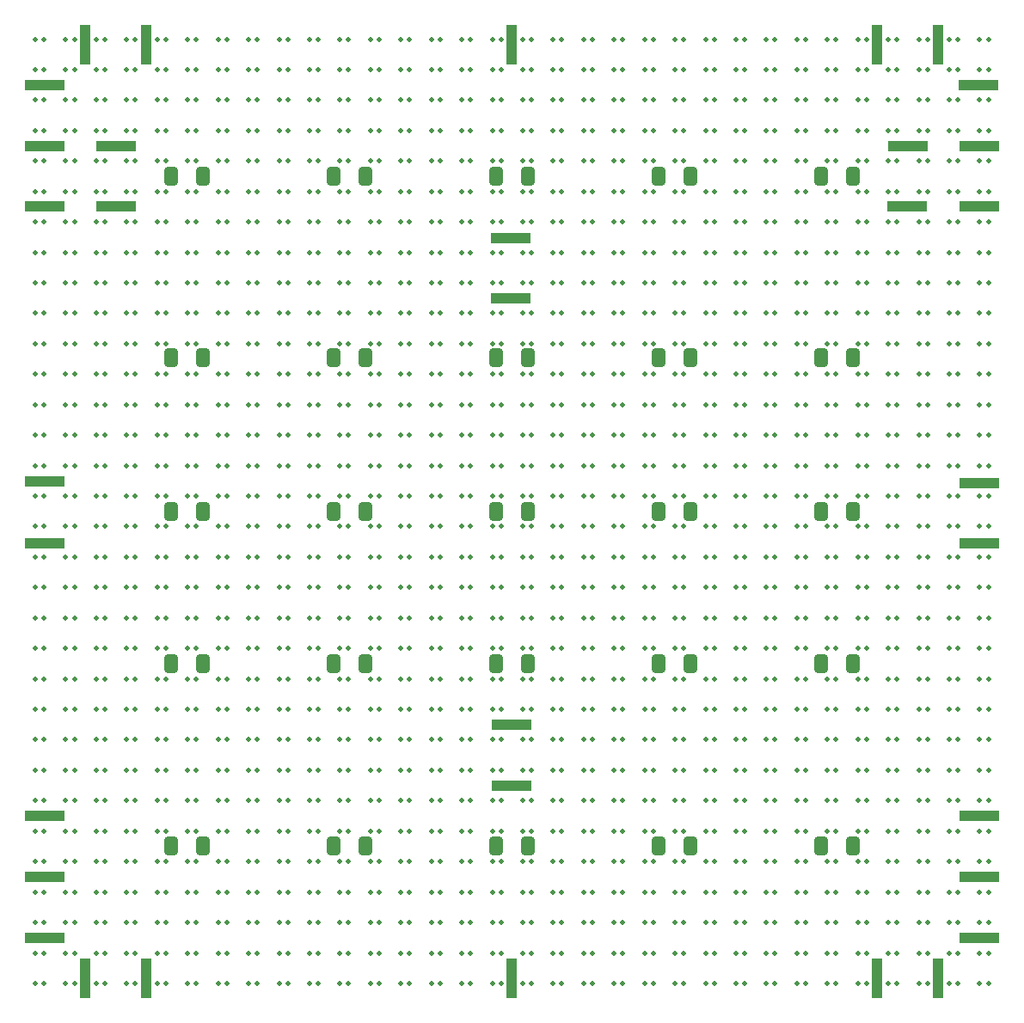
<source format=gbr>
%TF.GenerationSoftware,KiCad,Pcbnew,8.0.2*%
%TF.CreationDate,2024-07-20T19:47:13-05:00*%
%TF.ProjectId,pixel_grid,70697865-6c5f-4677-9269-642e6b696361,rev?*%
%TF.SameCoordinates,Original*%
%TF.FileFunction,Soldermask,Bot*%
%TF.FilePolarity,Negative*%
%FSLAX46Y46*%
G04 Gerber Fmt 4.6, Leading zero omitted, Abs format (unit mm)*
G04 Created by KiCad (PCBNEW 8.0.2) date 2024-07-20 19:47:13*
%MOMM*%
%LPD*%
G01*
G04 APERTURE LIST*
G04 Aperture macros list*
%AMRoundRect*
0 Rectangle with rounded corners*
0 $1 Rounding radius*
0 $2 $3 $4 $5 $6 $7 $8 $9 X,Y pos of 4 corners*
0 Add a 4 corners polygon primitive as box body*
4,1,4,$2,$3,$4,$5,$6,$7,$8,$9,$2,$3,0*
0 Add four circle primitives for the rounded corners*
1,1,$1+$1,$2,$3*
1,1,$1+$1,$4,$5*
1,1,$1+$1,$6,$7*
1,1,$1+$1,$8,$9*
0 Add four rect primitives between the rounded corners*
20,1,$1+$1,$2,$3,$4,$5,0*
20,1,$1+$1,$4,$5,$6,$7,0*
20,1,$1+$1,$6,$7,$8,$9,0*
20,1,$1+$1,$8,$9,$2,$3,0*%
G04 Aperture macros list end*
%ADD10R,4.000000X1.000000*%
%ADD11R,1.000000X4.000000*%
%ADD12RoundRect,0.250000X0.412500X0.650000X-0.412500X0.650000X-0.412500X-0.650000X0.412500X-0.650000X0*%
%ADD13C,0.500000*%
G04 APERTURE END LIST*
D10*
%TO.C,TP34*%
X66500000Y-93500000D03*
%TD*%
%TO.C,TP33*%
X66400000Y-45500000D03*
%TD*%
%TO.C,TP32*%
X20500000Y-69650000D03*
%TD*%
%TO.C,TP31*%
X112550000Y-69650000D03*
%TD*%
D11*
%TO.C,TP30*%
X24500000Y-20550000D03*
%TD*%
D10*
%TO.C,TP29*%
X66400000Y-39600000D03*
%TD*%
%TO.C,TP28*%
X112550000Y-63750000D03*
%TD*%
%TO.C,TP27*%
X20500000Y-63550000D03*
%TD*%
%TO.C,TP26*%
X27500000Y-30500000D03*
%TD*%
%TO.C,TP25*%
X112550000Y-102500000D03*
%TD*%
%TO.C,TP24*%
X20500000Y-102500000D03*
%TD*%
D11*
%TO.C,TP23*%
X30500000Y-112475000D03*
%TD*%
%TO.C,TP22*%
X102500000Y-112475000D03*
%TD*%
%TO.C,TP21*%
X30500000Y-20575000D03*
%TD*%
%TO.C,TP20*%
X102500000Y-20575000D03*
%TD*%
D10*
%TO.C,TP19*%
X105500000Y-30500000D03*
%TD*%
%TO.C,TP18*%
X66500000Y-87500000D03*
%TD*%
%TO.C,TP17*%
X112550000Y-30500000D03*
%TD*%
%TO.C,TP16*%
X20500000Y-30500000D03*
%TD*%
D11*
%TO.C,TP15*%
X108500000Y-112500000D03*
%TD*%
D10*
%TO.C,TP14*%
X112550000Y-108500000D03*
%TD*%
D11*
%TO.C,TP13*%
X66500000Y-20575000D03*
%TD*%
%TO.C,TP12*%
X108500000Y-20575000D03*
%TD*%
%TO.C,TP11*%
X66500000Y-112475000D03*
%TD*%
%TO.C,TP10*%
X24500000Y-112475000D03*
%TD*%
D10*
%TO.C,TP9*%
X112450000Y-24500000D03*
%TD*%
%TO.C,TP8*%
X20500000Y-108500000D03*
%TD*%
%TO.C,TP7*%
X20500000Y-24500000D03*
%TD*%
%TO.C,TP6*%
X105400000Y-36500000D03*
%TD*%
%TO.C,TP5*%
X112550000Y-96500000D03*
%TD*%
%TO.C,TP4*%
X112550000Y-36500000D03*
%TD*%
%TO.C,TP3*%
X27500000Y-36500000D03*
%TD*%
%TO.C,TP2*%
X20500000Y-96500000D03*
%TD*%
%TO.C,TP1*%
X20500000Y-36500000D03*
%TD*%
D12*
%TO.C,C25*%
X100062500Y-99500000D03*
X96937500Y-99500000D03*
%TD*%
%TO.C,C24*%
X84062500Y-99500000D03*
X80937500Y-99500000D03*
%TD*%
%TO.C,C23*%
X68062500Y-99500000D03*
X64937500Y-99500000D03*
%TD*%
%TO.C,C22*%
X52062500Y-99500000D03*
X48937500Y-99500000D03*
%TD*%
%TO.C,C21*%
X36062500Y-99500000D03*
X32937500Y-99500000D03*
%TD*%
%TO.C,C20*%
X100062500Y-81500000D03*
X96937500Y-81500000D03*
%TD*%
%TO.C,C19*%
X84062500Y-81500000D03*
X80937500Y-81500000D03*
%TD*%
%TO.C,C18*%
X68062500Y-81500000D03*
X64937500Y-81500000D03*
%TD*%
%TO.C,C17*%
X52062500Y-81500000D03*
X48937500Y-81500000D03*
%TD*%
%TO.C,C16*%
X36062500Y-81500000D03*
X32937500Y-81500000D03*
%TD*%
%TO.C,C15*%
X100062500Y-66500000D03*
X96937500Y-66500000D03*
%TD*%
%TO.C,C14*%
X84062500Y-66500000D03*
X80937500Y-66500000D03*
%TD*%
%TO.C,C13*%
X68062500Y-66500000D03*
X64937500Y-66500000D03*
%TD*%
%TO.C,C12*%
X52062500Y-66500000D03*
X48937500Y-66500000D03*
%TD*%
%TO.C,C11*%
X36062500Y-66500000D03*
X32937500Y-66500000D03*
%TD*%
%TO.C,C10*%
X100062500Y-51400000D03*
X96937500Y-51400000D03*
%TD*%
%TO.C,C9*%
X84062500Y-51400000D03*
X80937500Y-51400000D03*
%TD*%
%TO.C,C8*%
X68062500Y-51400000D03*
X64937500Y-51400000D03*
%TD*%
%TO.C,C7*%
X52062500Y-51400000D03*
X48937500Y-51400000D03*
%TD*%
%TO.C,C6*%
X36062500Y-51400000D03*
X32937500Y-51400000D03*
%TD*%
%TO.C,C5*%
X100062500Y-33500000D03*
X96937500Y-33500000D03*
%TD*%
%TO.C,C4*%
X84062500Y-33500000D03*
X80937500Y-33500000D03*
%TD*%
%TO.C,C3*%
X68062500Y-33500000D03*
X64937500Y-33500000D03*
%TD*%
%TO.C,C2*%
X52062500Y-33500000D03*
X48937500Y-33500000D03*
%TD*%
%TO.C,C1*%
X36062500Y-33500000D03*
X32937500Y-33500000D03*
%TD*%
D13*
%TO.C,D1024*%
X113425000Y-113000000D03*
X112575000Y-113000000D03*
%TD*%
%TO.C,D1023*%
X110425000Y-113000000D03*
X109575000Y-113000000D03*
%TD*%
%TO.C,D1022*%
X107425000Y-113000000D03*
X106575000Y-113000000D03*
%TD*%
%TO.C,D1021*%
X104425000Y-113000000D03*
X103575000Y-113000000D03*
%TD*%
%TO.C,D1020*%
X101425000Y-113000000D03*
X100575000Y-113000000D03*
%TD*%
%TO.C,D1019*%
X98425000Y-113000000D03*
X97575000Y-113000000D03*
%TD*%
%TO.C,D1018*%
X95425000Y-113000000D03*
X94575000Y-113000000D03*
%TD*%
%TO.C,D1017*%
X92425000Y-113000000D03*
X91575000Y-113000000D03*
%TD*%
%TO.C,D1016*%
X89425000Y-113000000D03*
X88575000Y-113000000D03*
%TD*%
%TO.C,D1015*%
X86425000Y-113000000D03*
X85575000Y-113000000D03*
%TD*%
%TO.C,D1014*%
X83425000Y-113000000D03*
X82575000Y-113000000D03*
%TD*%
%TO.C,D1013*%
X80425000Y-113000000D03*
X79575000Y-113000000D03*
%TD*%
%TO.C,D1012*%
X77425000Y-113000000D03*
X76575000Y-113000000D03*
%TD*%
%TO.C,D1011*%
X74425000Y-113000000D03*
X73575000Y-113000000D03*
%TD*%
%TO.C,D1010*%
X71425000Y-113000000D03*
X70575000Y-113000000D03*
%TD*%
%TO.C,D1009*%
X68425000Y-113000000D03*
X67575000Y-113000000D03*
%TD*%
%TO.C,D1008*%
X65425000Y-113000000D03*
X64575000Y-113000000D03*
%TD*%
%TO.C,D1007*%
X62425000Y-113000000D03*
X61575000Y-113000000D03*
%TD*%
%TO.C,D1006*%
X59425000Y-113000000D03*
X58575000Y-113000000D03*
%TD*%
%TO.C,D1005*%
X56425000Y-113000000D03*
X55575000Y-113000000D03*
%TD*%
%TO.C,D1004*%
X53425000Y-113000000D03*
X52575000Y-113000000D03*
%TD*%
%TO.C,D1003*%
X50425000Y-113000000D03*
X49575000Y-113000000D03*
%TD*%
%TO.C,D1002*%
X47425000Y-113000000D03*
X46575000Y-113000000D03*
%TD*%
%TO.C,D1001*%
X44425000Y-113000000D03*
X43575000Y-113000000D03*
%TD*%
%TO.C,D1000*%
X41425000Y-113000000D03*
X40575000Y-113000000D03*
%TD*%
%TO.C,D999*%
X38425000Y-113000000D03*
X37575000Y-113000000D03*
%TD*%
%TO.C,D998*%
X35425000Y-113000000D03*
X34575000Y-113000000D03*
%TD*%
%TO.C,D997*%
X32425000Y-113000000D03*
X31575000Y-113000000D03*
%TD*%
%TO.C,D996*%
X29425000Y-113000000D03*
X28575000Y-113000000D03*
%TD*%
%TO.C,D995*%
X26425000Y-113000000D03*
X25575000Y-113000000D03*
%TD*%
%TO.C,D994*%
X23425000Y-113000000D03*
X22575000Y-113000000D03*
%TD*%
%TO.C,D993*%
X20425000Y-113000000D03*
X19575000Y-113000000D03*
%TD*%
%TO.C,D992*%
X113425000Y-110000000D03*
X112575000Y-110000000D03*
%TD*%
%TO.C,D991*%
X110425000Y-110000000D03*
X109575000Y-110000000D03*
%TD*%
%TO.C,D990*%
X107425000Y-110000000D03*
X106575000Y-110000000D03*
%TD*%
%TO.C,D989*%
X104425000Y-110000000D03*
X103575000Y-110000000D03*
%TD*%
%TO.C,D988*%
X101425000Y-110000000D03*
X100575000Y-110000000D03*
%TD*%
%TO.C,D987*%
X98425000Y-110000000D03*
X97575000Y-110000000D03*
%TD*%
%TO.C,D986*%
X95425000Y-110000000D03*
X94575000Y-110000000D03*
%TD*%
%TO.C,D985*%
X92425000Y-110000000D03*
X91575000Y-110000000D03*
%TD*%
%TO.C,D984*%
X89425000Y-110000000D03*
X88575000Y-110000000D03*
%TD*%
%TO.C,D983*%
X86425000Y-110000000D03*
X85575000Y-110000000D03*
%TD*%
%TO.C,D982*%
X83425000Y-110000000D03*
X82575000Y-110000000D03*
%TD*%
%TO.C,D981*%
X80425000Y-110000000D03*
X79575000Y-110000000D03*
%TD*%
%TO.C,D980*%
X77425000Y-110000000D03*
X76575000Y-110000000D03*
%TD*%
%TO.C,D979*%
X74425000Y-110000000D03*
X73575000Y-110000000D03*
%TD*%
%TO.C,D978*%
X71425000Y-110000000D03*
X70575000Y-110000000D03*
%TD*%
%TO.C,D977*%
X68425000Y-110000000D03*
X67575000Y-110000000D03*
%TD*%
%TO.C,D976*%
X65425000Y-110000000D03*
X64575000Y-110000000D03*
%TD*%
%TO.C,D975*%
X62425000Y-110000000D03*
X61575000Y-110000000D03*
%TD*%
%TO.C,D974*%
X59425000Y-110000000D03*
X58575000Y-110000000D03*
%TD*%
%TO.C,D973*%
X56425000Y-110000000D03*
X55575000Y-110000000D03*
%TD*%
%TO.C,D972*%
X53425000Y-110000000D03*
X52575000Y-110000000D03*
%TD*%
%TO.C,D971*%
X50425000Y-110000000D03*
X49575000Y-110000000D03*
%TD*%
%TO.C,D970*%
X47425000Y-110000000D03*
X46575000Y-110000000D03*
%TD*%
%TO.C,D969*%
X44425000Y-110000000D03*
X43575000Y-110000000D03*
%TD*%
%TO.C,D968*%
X41425000Y-110000000D03*
X40575000Y-110000000D03*
%TD*%
%TO.C,D967*%
X38425000Y-110000000D03*
X37575000Y-110000000D03*
%TD*%
%TO.C,D966*%
X35425000Y-110000000D03*
X34575000Y-110000000D03*
%TD*%
%TO.C,D965*%
X32425000Y-110000000D03*
X31575000Y-110000000D03*
%TD*%
%TO.C,D964*%
X29425000Y-110000000D03*
X28575000Y-110000000D03*
%TD*%
%TO.C,D963*%
X26425000Y-110000000D03*
X25575000Y-110000000D03*
%TD*%
%TO.C,D962*%
X23425000Y-110000000D03*
X22575000Y-110000000D03*
%TD*%
%TO.C,D961*%
X20425000Y-110000000D03*
X19575000Y-110000000D03*
%TD*%
%TO.C,D960*%
X113425000Y-107000000D03*
X112575000Y-107000000D03*
%TD*%
%TO.C,D959*%
X110425000Y-107000000D03*
X109575000Y-107000000D03*
%TD*%
%TO.C,D958*%
X107425000Y-107000000D03*
X106575000Y-107000000D03*
%TD*%
%TO.C,D957*%
X104425000Y-107000000D03*
X103575000Y-107000000D03*
%TD*%
%TO.C,D956*%
X101425000Y-107000000D03*
X100575000Y-107000000D03*
%TD*%
%TO.C,D955*%
X98425000Y-107000000D03*
X97575000Y-107000000D03*
%TD*%
%TO.C,D954*%
X95425000Y-107000000D03*
X94575000Y-107000000D03*
%TD*%
%TO.C,D953*%
X92425000Y-107000000D03*
X91575000Y-107000000D03*
%TD*%
%TO.C,D952*%
X89425000Y-107000000D03*
X88575000Y-107000000D03*
%TD*%
%TO.C,D951*%
X86425000Y-107000000D03*
X85575000Y-107000000D03*
%TD*%
%TO.C,D950*%
X83425000Y-107000000D03*
X82575000Y-107000000D03*
%TD*%
%TO.C,D949*%
X80425000Y-107000000D03*
X79575000Y-107000000D03*
%TD*%
%TO.C,D948*%
X77425000Y-107000000D03*
X76575000Y-107000000D03*
%TD*%
%TO.C,D947*%
X74425000Y-107000000D03*
X73575000Y-107000000D03*
%TD*%
%TO.C,D946*%
X71425000Y-107000000D03*
X70575000Y-107000000D03*
%TD*%
%TO.C,D945*%
X68425000Y-107000000D03*
X67575000Y-107000000D03*
%TD*%
%TO.C,D944*%
X65425000Y-107000000D03*
X64575000Y-107000000D03*
%TD*%
%TO.C,D943*%
X62425000Y-107000000D03*
X61575000Y-107000000D03*
%TD*%
%TO.C,D942*%
X59425000Y-107000000D03*
X58575000Y-107000000D03*
%TD*%
%TO.C,D941*%
X56425000Y-107000000D03*
X55575000Y-107000000D03*
%TD*%
%TO.C,D940*%
X53425000Y-107000000D03*
X52575000Y-107000000D03*
%TD*%
%TO.C,D939*%
X50425000Y-107000000D03*
X49575000Y-107000000D03*
%TD*%
%TO.C,D938*%
X47425000Y-107000000D03*
X46575000Y-107000000D03*
%TD*%
%TO.C,D937*%
X44425000Y-107000000D03*
X43575000Y-107000000D03*
%TD*%
%TO.C,D936*%
X41425000Y-107000000D03*
X40575000Y-107000000D03*
%TD*%
%TO.C,D935*%
X38425000Y-107000000D03*
X37575000Y-107000000D03*
%TD*%
%TO.C,D934*%
X35425000Y-107000000D03*
X34575000Y-107000000D03*
%TD*%
%TO.C,D933*%
X32425000Y-107000000D03*
X31575000Y-107000000D03*
%TD*%
%TO.C,D932*%
X29425000Y-107000000D03*
X28575000Y-107000000D03*
%TD*%
%TO.C,D931*%
X26425000Y-107000000D03*
X25575000Y-107000000D03*
%TD*%
%TO.C,D930*%
X23425000Y-107000000D03*
X22575000Y-107000000D03*
%TD*%
%TO.C,D929*%
X20425000Y-107000000D03*
X19575000Y-107000000D03*
%TD*%
%TO.C,D928*%
X113425000Y-104000000D03*
X112575000Y-104000000D03*
%TD*%
%TO.C,D927*%
X110425000Y-104000000D03*
X109575000Y-104000000D03*
%TD*%
%TO.C,D926*%
X107425000Y-104000000D03*
X106575000Y-104000000D03*
%TD*%
%TO.C,D925*%
X104425000Y-104000000D03*
X103575000Y-104000000D03*
%TD*%
%TO.C,D924*%
X101425000Y-104000000D03*
X100575000Y-104000000D03*
%TD*%
%TO.C,D923*%
X98425000Y-104000000D03*
X97575000Y-104000000D03*
%TD*%
%TO.C,D922*%
X95425000Y-104000000D03*
X94575000Y-104000000D03*
%TD*%
%TO.C,D921*%
X92425000Y-104000000D03*
X91575000Y-104000000D03*
%TD*%
%TO.C,D920*%
X89425000Y-104000000D03*
X88575000Y-104000000D03*
%TD*%
%TO.C,D919*%
X86425000Y-104000000D03*
X85575000Y-104000000D03*
%TD*%
%TO.C,D918*%
X83425000Y-104000000D03*
X82575000Y-104000000D03*
%TD*%
%TO.C,D917*%
X80425000Y-104000000D03*
X79575000Y-104000000D03*
%TD*%
%TO.C,D916*%
X77425000Y-104000000D03*
X76575000Y-104000000D03*
%TD*%
%TO.C,D915*%
X74425000Y-104000000D03*
X73575000Y-104000000D03*
%TD*%
%TO.C,D914*%
X71425000Y-104000000D03*
X70575000Y-104000000D03*
%TD*%
%TO.C,D913*%
X68425000Y-104000000D03*
X67575000Y-104000000D03*
%TD*%
%TO.C,D912*%
X65425000Y-104000000D03*
X64575000Y-104000000D03*
%TD*%
%TO.C,D911*%
X62425000Y-104000000D03*
X61575000Y-104000000D03*
%TD*%
%TO.C,D910*%
X59425000Y-104000000D03*
X58575000Y-104000000D03*
%TD*%
%TO.C,D909*%
X56425000Y-104000000D03*
X55575000Y-104000000D03*
%TD*%
%TO.C,D908*%
X53425000Y-104000000D03*
X52575000Y-104000000D03*
%TD*%
%TO.C,D907*%
X50425000Y-104000000D03*
X49575000Y-104000000D03*
%TD*%
%TO.C,D906*%
X47425000Y-104000000D03*
X46575000Y-104000000D03*
%TD*%
%TO.C,D905*%
X44425000Y-104000000D03*
X43575000Y-104000000D03*
%TD*%
%TO.C,D904*%
X41425000Y-104000000D03*
X40575000Y-104000000D03*
%TD*%
%TO.C,D903*%
X38425000Y-104000000D03*
X37575000Y-104000000D03*
%TD*%
%TO.C,D902*%
X35425000Y-104000000D03*
X34575000Y-104000000D03*
%TD*%
%TO.C,D901*%
X32425000Y-104000000D03*
X31575000Y-104000000D03*
%TD*%
%TO.C,D900*%
X29425000Y-104000000D03*
X28575000Y-104000000D03*
%TD*%
%TO.C,D899*%
X26425000Y-104000000D03*
X25575000Y-104000000D03*
%TD*%
%TO.C,D898*%
X23425000Y-104000000D03*
X22575000Y-104000000D03*
%TD*%
%TO.C,D897*%
X20425000Y-104000000D03*
X19575000Y-104000000D03*
%TD*%
%TO.C,D896*%
X113425000Y-101000000D03*
X112575000Y-101000000D03*
%TD*%
%TO.C,D895*%
X110425000Y-101000000D03*
X109575000Y-101000000D03*
%TD*%
%TO.C,D894*%
X107425000Y-101000000D03*
X106575000Y-101000000D03*
%TD*%
%TO.C,D893*%
X104425000Y-101000000D03*
X103575000Y-101000000D03*
%TD*%
%TO.C,D892*%
X101425000Y-101000000D03*
X100575000Y-101000000D03*
%TD*%
%TO.C,D891*%
X98425000Y-101000000D03*
X97575000Y-101000000D03*
%TD*%
%TO.C,D890*%
X95425000Y-101000000D03*
X94575000Y-101000000D03*
%TD*%
%TO.C,D889*%
X92425000Y-101000000D03*
X91575000Y-101000000D03*
%TD*%
%TO.C,D888*%
X89425000Y-101000000D03*
X88575000Y-101000000D03*
%TD*%
%TO.C,D887*%
X86425000Y-101000000D03*
X85575000Y-101000000D03*
%TD*%
%TO.C,D886*%
X83425000Y-101000000D03*
X82575000Y-101000000D03*
%TD*%
%TO.C,D885*%
X80425000Y-101000000D03*
X79575000Y-101000000D03*
%TD*%
%TO.C,D884*%
X77425000Y-101000000D03*
X76575000Y-101000000D03*
%TD*%
%TO.C,D883*%
X74425000Y-101000000D03*
X73575000Y-101000000D03*
%TD*%
%TO.C,D882*%
X71425000Y-101000000D03*
X70575000Y-101000000D03*
%TD*%
%TO.C,D881*%
X68425000Y-101000000D03*
X67575000Y-101000000D03*
%TD*%
%TO.C,D880*%
X65425000Y-101000000D03*
X64575000Y-101000000D03*
%TD*%
%TO.C,D879*%
X62425000Y-101000000D03*
X61575000Y-101000000D03*
%TD*%
%TO.C,D878*%
X59425000Y-101000000D03*
X58575000Y-101000000D03*
%TD*%
%TO.C,D877*%
X56425000Y-101000000D03*
X55575000Y-101000000D03*
%TD*%
%TO.C,D876*%
X53425000Y-101000000D03*
X52575000Y-101000000D03*
%TD*%
%TO.C,D875*%
X50425000Y-101000000D03*
X49575000Y-101000000D03*
%TD*%
%TO.C,D874*%
X47425000Y-101000000D03*
X46575000Y-101000000D03*
%TD*%
%TO.C,D873*%
X44425000Y-101000000D03*
X43575000Y-101000000D03*
%TD*%
%TO.C,D872*%
X41425000Y-101000000D03*
X40575000Y-101000000D03*
%TD*%
%TO.C,D871*%
X38425000Y-101000000D03*
X37575000Y-101000000D03*
%TD*%
%TO.C,D870*%
X35425000Y-101000000D03*
X34575000Y-101000000D03*
%TD*%
%TO.C,D869*%
X32425000Y-101000000D03*
X31575000Y-101000000D03*
%TD*%
%TO.C,D868*%
X29425000Y-101000000D03*
X28575000Y-101000000D03*
%TD*%
%TO.C,D867*%
X26425000Y-101000000D03*
X25575000Y-101000000D03*
%TD*%
%TO.C,D866*%
X23425000Y-101000000D03*
X22575000Y-101000000D03*
%TD*%
%TO.C,D865*%
X20425000Y-101000000D03*
X19575000Y-101000000D03*
%TD*%
%TO.C,D864*%
X113425000Y-98000000D03*
X112575000Y-98000000D03*
%TD*%
%TO.C,D863*%
X110425000Y-98000000D03*
X109575000Y-98000000D03*
%TD*%
%TO.C,D862*%
X107425000Y-98000000D03*
X106575000Y-98000000D03*
%TD*%
%TO.C,D861*%
X104425000Y-98000000D03*
X103575000Y-98000000D03*
%TD*%
%TO.C,D860*%
X101425000Y-98000000D03*
X100575000Y-98000000D03*
%TD*%
%TO.C,D859*%
X98425000Y-98000000D03*
X97575000Y-98000000D03*
%TD*%
%TO.C,D858*%
X95425000Y-98000000D03*
X94575000Y-98000000D03*
%TD*%
%TO.C,D857*%
X92425000Y-98000000D03*
X91575000Y-98000000D03*
%TD*%
%TO.C,D856*%
X89425000Y-98000000D03*
X88575000Y-98000000D03*
%TD*%
%TO.C,D855*%
X86425000Y-98000000D03*
X85575000Y-98000000D03*
%TD*%
%TO.C,D854*%
X83425000Y-98000000D03*
X82575000Y-98000000D03*
%TD*%
%TO.C,D853*%
X80425000Y-98000000D03*
X79575000Y-98000000D03*
%TD*%
%TO.C,D852*%
X77425000Y-98000000D03*
X76575000Y-98000000D03*
%TD*%
%TO.C,D851*%
X74425000Y-98000000D03*
X73575000Y-98000000D03*
%TD*%
%TO.C,D850*%
X71425000Y-98000000D03*
X70575000Y-98000000D03*
%TD*%
%TO.C,D849*%
X68425000Y-98000000D03*
X67575000Y-98000000D03*
%TD*%
%TO.C,D848*%
X65425000Y-98000000D03*
X64575000Y-98000000D03*
%TD*%
%TO.C,D847*%
X62425000Y-98000000D03*
X61575000Y-98000000D03*
%TD*%
%TO.C,D846*%
X59425000Y-98000000D03*
X58575000Y-98000000D03*
%TD*%
%TO.C,D845*%
X56425000Y-98000000D03*
X55575000Y-98000000D03*
%TD*%
%TO.C,D844*%
X53425000Y-98000000D03*
X52575000Y-98000000D03*
%TD*%
%TO.C,D843*%
X50425000Y-98000000D03*
X49575000Y-98000000D03*
%TD*%
%TO.C,D842*%
X47425000Y-98000000D03*
X46575000Y-98000000D03*
%TD*%
%TO.C,D841*%
X44425000Y-98000000D03*
X43575000Y-98000000D03*
%TD*%
%TO.C,D840*%
X41425000Y-98000000D03*
X40575000Y-98000000D03*
%TD*%
%TO.C,D839*%
X38425000Y-98000000D03*
X37575000Y-98000000D03*
%TD*%
%TO.C,D838*%
X35425000Y-98000000D03*
X34575000Y-98000000D03*
%TD*%
%TO.C,D837*%
X32425000Y-98000000D03*
X31575000Y-98000000D03*
%TD*%
%TO.C,D836*%
X29425000Y-98000000D03*
X28575000Y-98000000D03*
%TD*%
%TO.C,D835*%
X26425000Y-98000000D03*
X25575000Y-98000000D03*
%TD*%
%TO.C,D834*%
X23425000Y-98000000D03*
X22575000Y-98000000D03*
%TD*%
%TO.C,D833*%
X20425000Y-98000000D03*
X19575000Y-98000000D03*
%TD*%
%TO.C,D832*%
X113425000Y-95000000D03*
X112575000Y-95000000D03*
%TD*%
%TO.C,D831*%
X110425000Y-95000000D03*
X109575000Y-95000000D03*
%TD*%
%TO.C,D830*%
X107425000Y-95000000D03*
X106575000Y-95000000D03*
%TD*%
%TO.C,D829*%
X104425000Y-95000000D03*
X103575000Y-95000000D03*
%TD*%
%TO.C,D828*%
X101425000Y-95000000D03*
X100575000Y-95000000D03*
%TD*%
%TO.C,D827*%
X98425000Y-95000000D03*
X97575000Y-95000000D03*
%TD*%
%TO.C,D826*%
X95425000Y-95000000D03*
X94575000Y-95000000D03*
%TD*%
%TO.C,D825*%
X92425000Y-95000000D03*
X91575000Y-95000000D03*
%TD*%
%TO.C,D824*%
X89425000Y-95000000D03*
X88575000Y-95000000D03*
%TD*%
%TO.C,D823*%
X86425000Y-95000000D03*
X85575000Y-95000000D03*
%TD*%
%TO.C,D822*%
X83425000Y-95000000D03*
X82575000Y-95000000D03*
%TD*%
%TO.C,D821*%
X80425000Y-95000000D03*
X79575000Y-95000000D03*
%TD*%
%TO.C,D820*%
X77425000Y-95000000D03*
X76575000Y-95000000D03*
%TD*%
%TO.C,D819*%
X74425000Y-95000000D03*
X73575000Y-95000000D03*
%TD*%
%TO.C,D818*%
X71425000Y-95000000D03*
X70575000Y-95000000D03*
%TD*%
%TO.C,D817*%
X68425000Y-95000000D03*
X67575000Y-95000000D03*
%TD*%
%TO.C,D816*%
X65425000Y-95000000D03*
X64575000Y-95000000D03*
%TD*%
%TO.C,D815*%
X62425000Y-95000000D03*
X61575000Y-95000000D03*
%TD*%
%TO.C,D814*%
X59425000Y-95000000D03*
X58575000Y-95000000D03*
%TD*%
%TO.C,D813*%
X56425000Y-95000000D03*
X55575000Y-95000000D03*
%TD*%
%TO.C,D812*%
X53425000Y-95000000D03*
X52575000Y-95000000D03*
%TD*%
%TO.C,D811*%
X50425000Y-95000000D03*
X49575000Y-95000000D03*
%TD*%
%TO.C,D810*%
X47425000Y-95000000D03*
X46575000Y-95000000D03*
%TD*%
%TO.C,D809*%
X44425000Y-95000000D03*
X43575000Y-95000000D03*
%TD*%
%TO.C,D808*%
X41425000Y-95000000D03*
X40575000Y-95000000D03*
%TD*%
%TO.C,D807*%
X38425000Y-95000000D03*
X37575000Y-95000000D03*
%TD*%
%TO.C,D806*%
X35425000Y-95000000D03*
X34575000Y-95000000D03*
%TD*%
%TO.C,D805*%
X32425000Y-95000000D03*
X31575000Y-95000000D03*
%TD*%
%TO.C,D804*%
X29425000Y-95000000D03*
X28575000Y-95000000D03*
%TD*%
%TO.C,D803*%
X26425000Y-95000000D03*
X25575000Y-95000000D03*
%TD*%
%TO.C,D802*%
X23425000Y-95000000D03*
X22575000Y-95000000D03*
%TD*%
%TO.C,D801*%
X20425000Y-95000000D03*
X19575000Y-95000000D03*
%TD*%
%TO.C,D800*%
X113425000Y-92000000D03*
X112575000Y-92000000D03*
%TD*%
%TO.C,D799*%
X110425000Y-92000000D03*
X109575000Y-92000000D03*
%TD*%
%TO.C,D798*%
X107425000Y-92000000D03*
X106575000Y-92000000D03*
%TD*%
%TO.C,D797*%
X104425000Y-92000000D03*
X103575000Y-92000000D03*
%TD*%
%TO.C,D796*%
X101425000Y-92000000D03*
X100575000Y-92000000D03*
%TD*%
%TO.C,D795*%
X98425000Y-92000000D03*
X97575000Y-92000000D03*
%TD*%
%TO.C,D794*%
X95425000Y-92000000D03*
X94575000Y-92000000D03*
%TD*%
%TO.C,D793*%
X92425000Y-92000000D03*
X91575000Y-92000000D03*
%TD*%
%TO.C,D792*%
X89425000Y-92000000D03*
X88575000Y-92000000D03*
%TD*%
%TO.C,D791*%
X86425000Y-92000000D03*
X85575000Y-92000000D03*
%TD*%
%TO.C,D790*%
X83425000Y-92000000D03*
X82575000Y-92000000D03*
%TD*%
%TO.C,D789*%
X80425000Y-92000000D03*
X79575000Y-92000000D03*
%TD*%
%TO.C,D788*%
X77425000Y-92000000D03*
X76575000Y-92000000D03*
%TD*%
%TO.C,D787*%
X74425000Y-92000000D03*
X73575000Y-92000000D03*
%TD*%
%TO.C,D786*%
X71425000Y-92000000D03*
X70575000Y-92000000D03*
%TD*%
%TO.C,D785*%
X68425000Y-92000000D03*
X67575000Y-92000000D03*
%TD*%
%TO.C,D784*%
X65425000Y-92000000D03*
X64575000Y-92000000D03*
%TD*%
%TO.C,D783*%
X62425000Y-92000000D03*
X61575000Y-92000000D03*
%TD*%
%TO.C,D782*%
X59425000Y-92000000D03*
X58575000Y-92000000D03*
%TD*%
%TO.C,D781*%
X56425000Y-92000000D03*
X55575000Y-92000000D03*
%TD*%
%TO.C,D780*%
X53425000Y-92000000D03*
X52575000Y-92000000D03*
%TD*%
%TO.C,D779*%
X50425000Y-92000000D03*
X49575000Y-92000000D03*
%TD*%
%TO.C,D778*%
X47425000Y-92000000D03*
X46575000Y-92000000D03*
%TD*%
%TO.C,D777*%
X44425000Y-92000000D03*
X43575000Y-92000000D03*
%TD*%
%TO.C,D776*%
X41425000Y-92000000D03*
X40575000Y-92000000D03*
%TD*%
%TO.C,D775*%
X38425000Y-92000000D03*
X37575000Y-92000000D03*
%TD*%
%TO.C,D774*%
X35425000Y-92000000D03*
X34575000Y-92000000D03*
%TD*%
%TO.C,D773*%
X32425000Y-92000000D03*
X31575000Y-92000000D03*
%TD*%
%TO.C,D772*%
X29425000Y-92000000D03*
X28575000Y-92000000D03*
%TD*%
%TO.C,D771*%
X26425000Y-92000000D03*
X25575000Y-92000000D03*
%TD*%
%TO.C,D770*%
X23425000Y-92000000D03*
X22575000Y-92000000D03*
%TD*%
%TO.C,D769*%
X20425000Y-92000000D03*
X19575000Y-92000000D03*
%TD*%
%TO.C,D768*%
X113425000Y-89000000D03*
X112575000Y-89000000D03*
%TD*%
%TO.C,D767*%
X110425000Y-89000000D03*
X109575000Y-89000000D03*
%TD*%
%TO.C,D766*%
X107425000Y-89000000D03*
X106575000Y-89000000D03*
%TD*%
%TO.C,D765*%
X104425000Y-89000000D03*
X103575000Y-89000000D03*
%TD*%
%TO.C,D764*%
X101425000Y-89000000D03*
X100575000Y-89000000D03*
%TD*%
%TO.C,D763*%
X98425000Y-89000000D03*
X97575000Y-89000000D03*
%TD*%
%TO.C,D762*%
X95425000Y-89000000D03*
X94575000Y-89000000D03*
%TD*%
%TO.C,D761*%
X92425000Y-89000000D03*
X91575000Y-89000000D03*
%TD*%
%TO.C,D760*%
X89425000Y-89000000D03*
X88575000Y-89000000D03*
%TD*%
%TO.C,D759*%
X86425000Y-89000000D03*
X85575000Y-89000000D03*
%TD*%
%TO.C,D758*%
X83425000Y-89000000D03*
X82575000Y-89000000D03*
%TD*%
%TO.C,D757*%
X80425000Y-89000000D03*
X79575000Y-89000000D03*
%TD*%
%TO.C,D756*%
X77425000Y-89000000D03*
X76575000Y-89000000D03*
%TD*%
%TO.C,D755*%
X74425000Y-89000000D03*
X73575000Y-89000000D03*
%TD*%
%TO.C,D754*%
X71425000Y-89000000D03*
X70575000Y-89000000D03*
%TD*%
%TO.C,D753*%
X68425000Y-89000000D03*
X67575000Y-89000000D03*
%TD*%
%TO.C,D752*%
X65425000Y-89000000D03*
X64575000Y-89000000D03*
%TD*%
%TO.C,D751*%
X62425000Y-89000000D03*
X61575000Y-89000000D03*
%TD*%
%TO.C,D750*%
X59425000Y-89000000D03*
X58575000Y-89000000D03*
%TD*%
%TO.C,D749*%
X56425000Y-89000000D03*
X55575000Y-89000000D03*
%TD*%
%TO.C,D748*%
X53425000Y-89000000D03*
X52575000Y-89000000D03*
%TD*%
%TO.C,D747*%
X50425000Y-89000000D03*
X49575000Y-89000000D03*
%TD*%
%TO.C,D746*%
X47425000Y-89000000D03*
X46575000Y-89000000D03*
%TD*%
%TO.C,D745*%
X44425000Y-89000000D03*
X43575000Y-89000000D03*
%TD*%
%TO.C,D744*%
X41425000Y-89000000D03*
X40575000Y-89000000D03*
%TD*%
%TO.C,D743*%
X38425000Y-89000000D03*
X37575000Y-89000000D03*
%TD*%
%TO.C,D742*%
X35425000Y-89000000D03*
X34575000Y-89000000D03*
%TD*%
%TO.C,D741*%
X32425000Y-89000000D03*
X31575000Y-89000000D03*
%TD*%
%TO.C,D740*%
X29425000Y-89000000D03*
X28575000Y-89000000D03*
%TD*%
%TO.C,D739*%
X26425000Y-89000000D03*
X25575000Y-89000000D03*
%TD*%
%TO.C,D738*%
X23425000Y-89000000D03*
X22575000Y-89000000D03*
%TD*%
%TO.C,D737*%
X20425000Y-89000000D03*
X19575000Y-89000000D03*
%TD*%
%TO.C,D736*%
X113425000Y-86000000D03*
X112575000Y-86000000D03*
%TD*%
%TO.C,D735*%
X110425000Y-86000000D03*
X109575000Y-86000000D03*
%TD*%
%TO.C,D734*%
X107425000Y-86000000D03*
X106575000Y-86000000D03*
%TD*%
%TO.C,D733*%
X104425000Y-86000000D03*
X103575000Y-86000000D03*
%TD*%
%TO.C,D732*%
X101425000Y-86000000D03*
X100575000Y-86000000D03*
%TD*%
%TO.C,D731*%
X98425000Y-86000000D03*
X97575000Y-86000000D03*
%TD*%
%TO.C,D730*%
X95425000Y-86000000D03*
X94575000Y-86000000D03*
%TD*%
%TO.C,D729*%
X92425000Y-86000000D03*
X91575000Y-86000000D03*
%TD*%
%TO.C,D728*%
X89425000Y-86000000D03*
X88575000Y-86000000D03*
%TD*%
%TO.C,D727*%
X86425000Y-86000000D03*
X85575000Y-86000000D03*
%TD*%
%TO.C,D726*%
X83425000Y-86000000D03*
X82575000Y-86000000D03*
%TD*%
%TO.C,D725*%
X80425000Y-86000000D03*
X79575000Y-86000000D03*
%TD*%
%TO.C,D724*%
X77425000Y-86000000D03*
X76575000Y-86000000D03*
%TD*%
%TO.C,D723*%
X74425000Y-86000000D03*
X73575000Y-86000000D03*
%TD*%
%TO.C,D722*%
X71425000Y-86000000D03*
X70575000Y-86000000D03*
%TD*%
%TO.C,D721*%
X68425000Y-86000000D03*
X67575000Y-86000000D03*
%TD*%
%TO.C,D720*%
X65425000Y-86000000D03*
X64575000Y-86000000D03*
%TD*%
%TO.C,D719*%
X62425000Y-86000000D03*
X61575000Y-86000000D03*
%TD*%
%TO.C,D718*%
X59425000Y-86000000D03*
X58575000Y-86000000D03*
%TD*%
%TO.C,D717*%
X56425000Y-86000000D03*
X55575000Y-86000000D03*
%TD*%
%TO.C,D716*%
X53425000Y-86000000D03*
X52575000Y-86000000D03*
%TD*%
%TO.C,D715*%
X50425000Y-86000000D03*
X49575000Y-86000000D03*
%TD*%
%TO.C,D714*%
X47425000Y-86000000D03*
X46575000Y-86000000D03*
%TD*%
%TO.C,D713*%
X44425000Y-86000000D03*
X43575000Y-86000000D03*
%TD*%
%TO.C,D712*%
X41425000Y-86000000D03*
X40575000Y-86000000D03*
%TD*%
%TO.C,D711*%
X38425000Y-86000000D03*
X37575000Y-86000000D03*
%TD*%
%TO.C,D710*%
X35425000Y-86000000D03*
X34575000Y-86000000D03*
%TD*%
%TO.C,D709*%
X32425000Y-86000000D03*
X31575000Y-86000000D03*
%TD*%
%TO.C,D708*%
X29425000Y-86000000D03*
X28575000Y-86000000D03*
%TD*%
%TO.C,D707*%
X26425000Y-86000000D03*
X25575000Y-86000000D03*
%TD*%
%TO.C,D706*%
X23425000Y-86000000D03*
X22575000Y-86000000D03*
%TD*%
%TO.C,D705*%
X20425000Y-86000000D03*
X19575000Y-86000000D03*
%TD*%
%TO.C,D704*%
X113425000Y-83000000D03*
X112575000Y-83000000D03*
%TD*%
%TO.C,D703*%
X110425000Y-83000000D03*
X109575000Y-83000000D03*
%TD*%
%TO.C,D702*%
X107425000Y-83000000D03*
X106575000Y-83000000D03*
%TD*%
%TO.C,D701*%
X104425000Y-83000000D03*
X103575000Y-83000000D03*
%TD*%
%TO.C,D700*%
X101425000Y-83000000D03*
X100575000Y-83000000D03*
%TD*%
%TO.C,D699*%
X98425000Y-83000000D03*
X97575000Y-83000000D03*
%TD*%
%TO.C,D698*%
X95425000Y-83000000D03*
X94575000Y-83000000D03*
%TD*%
%TO.C,D697*%
X92425000Y-83000000D03*
X91575000Y-83000000D03*
%TD*%
%TO.C,D696*%
X89425000Y-83000000D03*
X88575000Y-83000000D03*
%TD*%
%TO.C,D695*%
X86425000Y-83000000D03*
X85575000Y-83000000D03*
%TD*%
%TO.C,D694*%
X83425000Y-83000000D03*
X82575000Y-83000000D03*
%TD*%
%TO.C,D693*%
X80425000Y-83000000D03*
X79575000Y-83000000D03*
%TD*%
%TO.C,D692*%
X77425000Y-83000000D03*
X76575000Y-83000000D03*
%TD*%
%TO.C,D691*%
X74425000Y-83000000D03*
X73575000Y-83000000D03*
%TD*%
%TO.C,D690*%
X71425000Y-83000000D03*
X70575000Y-83000000D03*
%TD*%
%TO.C,D689*%
X68425000Y-83000000D03*
X67575000Y-83000000D03*
%TD*%
%TO.C,D688*%
X65425000Y-83000000D03*
X64575000Y-83000000D03*
%TD*%
%TO.C,D687*%
X62425000Y-83000000D03*
X61575000Y-83000000D03*
%TD*%
%TO.C,D686*%
X59425000Y-83000000D03*
X58575000Y-83000000D03*
%TD*%
%TO.C,D685*%
X56425000Y-83000000D03*
X55575000Y-83000000D03*
%TD*%
%TO.C,D684*%
X53425000Y-83000000D03*
X52575000Y-83000000D03*
%TD*%
%TO.C,D683*%
X50425000Y-83000000D03*
X49575000Y-83000000D03*
%TD*%
%TO.C,D682*%
X47425000Y-83000000D03*
X46575000Y-83000000D03*
%TD*%
%TO.C,D681*%
X44425000Y-83000000D03*
X43575000Y-83000000D03*
%TD*%
%TO.C,D680*%
X41425000Y-83000000D03*
X40575000Y-83000000D03*
%TD*%
%TO.C,D679*%
X38425000Y-83000000D03*
X37575000Y-83000000D03*
%TD*%
%TO.C,D678*%
X35425000Y-83000000D03*
X34575000Y-83000000D03*
%TD*%
%TO.C,D677*%
X32425000Y-83000000D03*
X31575000Y-83000000D03*
%TD*%
%TO.C,D676*%
X29425000Y-83000000D03*
X28575000Y-83000000D03*
%TD*%
%TO.C,D675*%
X26425000Y-83000000D03*
X25575000Y-83000000D03*
%TD*%
%TO.C,D674*%
X23425000Y-83000000D03*
X22575000Y-83000000D03*
%TD*%
%TO.C,D673*%
X20425000Y-83000000D03*
X19575000Y-83000000D03*
%TD*%
%TO.C,D672*%
X113425000Y-80000000D03*
X112575000Y-80000000D03*
%TD*%
%TO.C,D671*%
X110425000Y-80000000D03*
X109575000Y-80000000D03*
%TD*%
%TO.C,D670*%
X107425000Y-80000000D03*
X106575000Y-80000000D03*
%TD*%
%TO.C,D669*%
X104425000Y-80000000D03*
X103575000Y-80000000D03*
%TD*%
%TO.C,D668*%
X101425000Y-80000000D03*
X100575000Y-80000000D03*
%TD*%
%TO.C,D667*%
X98425000Y-80000000D03*
X97575000Y-80000000D03*
%TD*%
%TO.C,D666*%
X95425000Y-80000000D03*
X94575000Y-80000000D03*
%TD*%
%TO.C,D665*%
X92425000Y-80000000D03*
X91575000Y-80000000D03*
%TD*%
%TO.C,D664*%
X89425000Y-80000000D03*
X88575000Y-80000000D03*
%TD*%
%TO.C,D663*%
X86425000Y-80000000D03*
X85575000Y-80000000D03*
%TD*%
%TO.C,D662*%
X83425000Y-80000000D03*
X82575000Y-80000000D03*
%TD*%
%TO.C,D661*%
X80425000Y-80000000D03*
X79575000Y-80000000D03*
%TD*%
%TO.C,D660*%
X77425000Y-80000000D03*
X76575000Y-80000000D03*
%TD*%
%TO.C,D659*%
X74425000Y-80000000D03*
X73575000Y-80000000D03*
%TD*%
%TO.C,D658*%
X71425000Y-80000000D03*
X70575000Y-80000000D03*
%TD*%
%TO.C,D657*%
X68425000Y-80000000D03*
X67575000Y-80000000D03*
%TD*%
%TO.C,D656*%
X65425000Y-80000000D03*
X64575000Y-80000000D03*
%TD*%
%TO.C,D655*%
X62425000Y-80000000D03*
X61575000Y-80000000D03*
%TD*%
%TO.C,D654*%
X59425000Y-80000000D03*
X58575000Y-80000000D03*
%TD*%
%TO.C,D653*%
X56425000Y-80000000D03*
X55575000Y-80000000D03*
%TD*%
%TO.C,D652*%
X53425000Y-80000000D03*
X52575000Y-80000000D03*
%TD*%
%TO.C,D651*%
X50425000Y-80000000D03*
X49575000Y-80000000D03*
%TD*%
%TO.C,D650*%
X47425000Y-80000000D03*
X46575000Y-80000000D03*
%TD*%
%TO.C,D649*%
X44425000Y-80000000D03*
X43575000Y-80000000D03*
%TD*%
%TO.C,D648*%
X41425000Y-80000000D03*
X40575000Y-80000000D03*
%TD*%
%TO.C,D647*%
X38425000Y-80000000D03*
X37575000Y-80000000D03*
%TD*%
%TO.C,D646*%
X35425000Y-80000000D03*
X34575000Y-80000000D03*
%TD*%
%TO.C,D645*%
X32425000Y-80000000D03*
X31575000Y-80000000D03*
%TD*%
%TO.C,D644*%
X29425000Y-80000000D03*
X28575000Y-80000000D03*
%TD*%
%TO.C,D643*%
X26425000Y-80000000D03*
X25575000Y-80000000D03*
%TD*%
%TO.C,D642*%
X23425000Y-80000000D03*
X22575000Y-80000000D03*
%TD*%
%TO.C,D641*%
X20425000Y-80000000D03*
X19575000Y-80000000D03*
%TD*%
%TO.C,D640*%
X113425000Y-77000000D03*
X112575000Y-77000000D03*
%TD*%
%TO.C,D639*%
X110425000Y-77000000D03*
X109575000Y-77000000D03*
%TD*%
%TO.C,D638*%
X107425000Y-77000000D03*
X106575000Y-77000000D03*
%TD*%
%TO.C,D637*%
X104425000Y-77000000D03*
X103575000Y-77000000D03*
%TD*%
%TO.C,D636*%
X101425000Y-77000000D03*
X100575000Y-77000000D03*
%TD*%
%TO.C,D635*%
X98425000Y-77000000D03*
X97575000Y-77000000D03*
%TD*%
%TO.C,D634*%
X95425000Y-77000000D03*
X94575000Y-77000000D03*
%TD*%
%TO.C,D633*%
X92425000Y-77000000D03*
X91575000Y-77000000D03*
%TD*%
%TO.C,D632*%
X89425000Y-77000000D03*
X88575000Y-77000000D03*
%TD*%
%TO.C,D631*%
X86425000Y-77000000D03*
X85575000Y-77000000D03*
%TD*%
%TO.C,D630*%
X83425000Y-77000000D03*
X82575000Y-77000000D03*
%TD*%
%TO.C,D629*%
X80425000Y-77000000D03*
X79575000Y-77000000D03*
%TD*%
%TO.C,D628*%
X77425000Y-77000000D03*
X76575000Y-77000000D03*
%TD*%
%TO.C,D627*%
X74425000Y-77000000D03*
X73575000Y-77000000D03*
%TD*%
%TO.C,D626*%
X71425000Y-77000000D03*
X70575000Y-77000000D03*
%TD*%
%TO.C,D625*%
X68425000Y-77000000D03*
X67575000Y-77000000D03*
%TD*%
%TO.C,D624*%
X65425000Y-77000000D03*
X64575000Y-77000000D03*
%TD*%
%TO.C,D623*%
X62425000Y-77000000D03*
X61575000Y-77000000D03*
%TD*%
%TO.C,D622*%
X59425000Y-77000000D03*
X58575000Y-77000000D03*
%TD*%
%TO.C,D621*%
X56425000Y-77000000D03*
X55575000Y-77000000D03*
%TD*%
%TO.C,D620*%
X53425000Y-77000000D03*
X52575000Y-77000000D03*
%TD*%
%TO.C,D619*%
X50425000Y-77000000D03*
X49575000Y-77000000D03*
%TD*%
%TO.C,D618*%
X47425000Y-77000000D03*
X46575000Y-77000000D03*
%TD*%
%TO.C,D617*%
X44425000Y-77000000D03*
X43575000Y-77000000D03*
%TD*%
%TO.C,D616*%
X41425000Y-77000000D03*
X40575000Y-77000000D03*
%TD*%
%TO.C,D615*%
X38425000Y-77000000D03*
X37575000Y-77000000D03*
%TD*%
%TO.C,D614*%
X35425000Y-77000000D03*
X34575000Y-77000000D03*
%TD*%
%TO.C,D613*%
X32425000Y-77000000D03*
X31575000Y-77000000D03*
%TD*%
%TO.C,D612*%
X29425000Y-77000000D03*
X28575000Y-77000000D03*
%TD*%
%TO.C,D611*%
X26425000Y-77000000D03*
X25575000Y-77000000D03*
%TD*%
%TO.C,D610*%
X23425000Y-77000000D03*
X22575000Y-77000000D03*
%TD*%
%TO.C,D609*%
X20425000Y-77000000D03*
X19575000Y-77000000D03*
%TD*%
%TO.C,D608*%
X113425000Y-74000000D03*
X112575000Y-74000000D03*
%TD*%
%TO.C,D607*%
X110425000Y-74000000D03*
X109575000Y-74000000D03*
%TD*%
%TO.C,D606*%
X107425000Y-74000000D03*
X106575000Y-74000000D03*
%TD*%
%TO.C,D605*%
X104425000Y-74000000D03*
X103575000Y-74000000D03*
%TD*%
%TO.C,D604*%
X101425000Y-74000000D03*
X100575000Y-74000000D03*
%TD*%
%TO.C,D603*%
X98425000Y-74000000D03*
X97575000Y-74000000D03*
%TD*%
%TO.C,D602*%
X95425000Y-74000000D03*
X94575000Y-74000000D03*
%TD*%
%TO.C,D601*%
X92425000Y-74000000D03*
X91575000Y-74000000D03*
%TD*%
%TO.C,D600*%
X89425000Y-74000000D03*
X88575000Y-74000000D03*
%TD*%
%TO.C,D599*%
X86425000Y-74000000D03*
X85575000Y-74000000D03*
%TD*%
%TO.C,D598*%
X83425000Y-74000000D03*
X82575000Y-74000000D03*
%TD*%
%TO.C,D597*%
X80425000Y-74000000D03*
X79575000Y-74000000D03*
%TD*%
%TO.C,D596*%
X77425000Y-74000000D03*
X76575000Y-74000000D03*
%TD*%
%TO.C,D595*%
X74425000Y-74000000D03*
X73575000Y-74000000D03*
%TD*%
%TO.C,D594*%
X71425000Y-74000000D03*
X70575000Y-74000000D03*
%TD*%
%TO.C,D593*%
X68425000Y-74000000D03*
X67575000Y-74000000D03*
%TD*%
%TO.C,D592*%
X65425000Y-74000000D03*
X64575000Y-74000000D03*
%TD*%
%TO.C,D591*%
X62425000Y-74000000D03*
X61575000Y-74000000D03*
%TD*%
%TO.C,D590*%
X59425000Y-74000000D03*
X58575000Y-74000000D03*
%TD*%
%TO.C,D589*%
X56425000Y-74000000D03*
X55575000Y-74000000D03*
%TD*%
%TO.C,D588*%
X53425000Y-74000000D03*
X52575000Y-74000000D03*
%TD*%
%TO.C,D587*%
X50425000Y-74000000D03*
X49575000Y-74000000D03*
%TD*%
%TO.C,D586*%
X47425000Y-74000000D03*
X46575000Y-74000000D03*
%TD*%
%TO.C,D585*%
X44425000Y-74000000D03*
X43575000Y-74000000D03*
%TD*%
%TO.C,D584*%
X41425000Y-74000000D03*
X40575000Y-74000000D03*
%TD*%
%TO.C,D583*%
X38425000Y-74000000D03*
X37575000Y-74000000D03*
%TD*%
%TO.C,D582*%
X35425000Y-74000000D03*
X34575000Y-74000000D03*
%TD*%
%TO.C,D581*%
X32425000Y-74000000D03*
X31575000Y-74000000D03*
%TD*%
%TO.C,D580*%
X29425000Y-74000000D03*
X28575000Y-74000000D03*
%TD*%
%TO.C,D579*%
X26425000Y-74000000D03*
X25575000Y-74000000D03*
%TD*%
%TO.C,D578*%
X23425000Y-74000000D03*
X22575000Y-74000000D03*
%TD*%
%TO.C,D577*%
X20425000Y-74000000D03*
X19575000Y-74000000D03*
%TD*%
%TO.C,D576*%
X113425000Y-71000000D03*
X112575000Y-71000000D03*
%TD*%
%TO.C,D575*%
X110425000Y-71000000D03*
X109575000Y-71000000D03*
%TD*%
%TO.C,D574*%
X107425000Y-71000000D03*
X106575000Y-71000000D03*
%TD*%
%TO.C,D573*%
X104425000Y-71000000D03*
X103575000Y-71000000D03*
%TD*%
%TO.C,D572*%
X101425000Y-71000000D03*
X100575000Y-71000000D03*
%TD*%
%TO.C,D571*%
X98425000Y-71000000D03*
X97575000Y-71000000D03*
%TD*%
%TO.C,D570*%
X95425000Y-71000000D03*
X94575000Y-71000000D03*
%TD*%
%TO.C,D569*%
X92425000Y-71000000D03*
X91575000Y-71000000D03*
%TD*%
%TO.C,D568*%
X89425000Y-71000000D03*
X88575000Y-71000000D03*
%TD*%
%TO.C,D567*%
X86425000Y-71000000D03*
X85575000Y-71000000D03*
%TD*%
%TO.C,D566*%
X83425000Y-71000000D03*
X82575000Y-71000000D03*
%TD*%
%TO.C,D565*%
X80425000Y-71000000D03*
X79575000Y-71000000D03*
%TD*%
%TO.C,D564*%
X77425000Y-71000000D03*
X76575000Y-71000000D03*
%TD*%
%TO.C,D563*%
X74425000Y-71000000D03*
X73575000Y-71000000D03*
%TD*%
%TO.C,D562*%
X71425000Y-71000000D03*
X70575000Y-71000000D03*
%TD*%
%TO.C,D561*%
X68425000Y-71000000D03*
X67575000Y-71000000D03*
%TD*%
%TO.C,D560*%
X65425000Y-71000000D03*
X64575000Y-71000000D03*
%TD*%
%TO.C,D559*%
X62425000Y-71000000D03*
X61575000Y-71000000D03*
%TD*%
%TO.C,D558*%
X59425000Y-71000000D03*
X58575000Y-71000000D03*
%TD*%
%TO.C,D557*%
X56425000Y-71000000D03*
X55575000Y-71000000D03*
%TD*%
%TO.C,D556*%
X53425000Y-71000000D03*
X52575000Y-71000000D03*
%TD*%
%TO.C,D555*%
X50425000Y-71000000D03*
X49575000Y-71000000D03*
%TD*%
%TO.C,D554*%
X47425000Y-71000000D03*
X46575000Y-71000000D03*
%TD*%
%TO.C,D553*%
X44425000Y-71000000D03*
X43575000Y-71000000D03*
%TD*%
%TO.C,D552*%
X41425000Y-71000000D03*
X40575000Y-71000000D03*
%TD*%
%TO.C,D551*%
X38425000Y-71000000D03*
X37575000Y-71000000D03*
%TD*%
%TO.C,D550*%
X35425000Y-71000000D03*
X34575000Y-71000000D03*
%TD*%
%TO.C,D549*%
X32425000Y-71000000D03*
X31575000Y-71000000D03*
%TD*%
%TO.C,D548*%
X29425000Y-71000000D03*
X28575000Y-71000000D03*
%TD*%
%TO.C,D547*%
X26425000Y-71000000D03*
X25575000Y-71000000D03*
%TD*%
%TO.C,D546*%
X23425000Y-71000000D03*
X22575000Y-71000000D03*
%TD*%
%TO.C,D545*%
X20425000Y-71000000D03*
X19575000Y-71000000D03*
%TD*%
%TO.C,D544*%
X113425000Y-68000000D03*
X112575000Y-68000000D03*
%TD*%
%TO.C,D543*%
X110425000Y-68000000D03*
X109575000Y-68000000D03*
%TD*%
%TO.C,D542*%
X107425000Y-68000000D03*
X106575000Y-68000000D03*
%TD*%
%TO.C,D541*%
X104425000Y-68000000D03*
X103575000Y-68000000D03*
%TD*%
%TO.C,D540*%
X101425000Y-68000000D03*
X100575000Y-68000000D03*
%TD*%
%TO.C,D539*%
X98425000Y-68000000D03*
X97575000Y-68000000D03*
%TD*%
%TO.C,D538*%
X95425000Y-68000000D03*
X94575000Y-68000000D03*
%TD*%
%TO.C,D537*%
X92425000Y-68000000D03*
X91575000Y-68000000D03*
%TD*%
%TO.C,D536*%
X89425000Y-68000000D03*
X88575000Y-68000000D03*
%TD*%
%TO.C,D535*%
X86425000Y-68000000D03*
X85575000Y-68000000D03*
%TD*%
%TO.C,D534*%
X83425000Y-68000000D03*
X82575000Y-68000000D03*
%TD*%
%TO.C,D533*%
X80425000Y-68000000D03*
X79575000Y-68000000D03*
%TD*%
%TO.C,D532*%
X77425000Y-68000000D03*
X76575000Y-68000000D03*
%TD*%
%TO.C,D531*%
X74425000Y-68000000D03*
X73575000Y-68000000D03*
%TD*%
%TO.C,D530*%
X71425000Y-68000000D03*
X70575000Y-68000000D03*
%TD*%
%TO.C,D529*%
X68425000Y-68000000D03*
X67575000Y-68000000D03*
%TD*%
%TO.C,D528*%
X65425000Y-68000000D03*
X64575000Y-68000000D03*
%TD*%
%TO.C,D527*%
X62425000Y-68000000D03*
X61575000Y-68000000D03*
%TD*%
%TO.C,D526*%
X59425000Y-68000000D03*
X58575000Y-68000000D03*
%TD*%
%TO.C,D525*%
X56425000Y-68000000D03*
X55575000Y-68000000D03*
%TD*%
%TO.C,D524*%
X53425000Y-68000000D03*
X52575000Y-68000000D03*
%TD*%
%TO.C,D523*%
X50425000Y-68000000D03*
X49575000Y-68000000D03*
%TD*%
%TO.C,D522*%
X47425000Y-68000000D03*
X46575000Y-68000000D03*
%TD*%
%TO.C,D521*%
X44425000Y-68000000D03*
X43575000Y-68000000D03*
%TD*%
%TO.C,D520*%
X41425000Y-68000000D03*
X40575000Y-68000000D03*
%TD*%
%TO.C,D519*%
X38425000Y-68000000D03*
X37575000Y-68000000D03*
%TD*%
%TO.C,D518*%
X35425000Y-68000000D03*
X34575000Y-68000000D03*
%TD*%
%TO.C,D517*%
X32425000Y-68000000D03*
X31575000Y-68000000D03*
%TD*%
%TO.C,D516*%
X29425000Y-68000000D03*
X28575000Y-68000000D03*
%TD*%
%TO.C,D515*%
X26425000Y-68000000D03*
X25575000Y-68000000D03*
%TD*%
%TO.C,D514*%
X23425000Y-68000000D03*
X22575000Y-68000000D03*
%TD*%
%TO.C,D513*%
X20425000Y-68000000D03*
X19575000Y-68000000D03*
%TD*%
%TO.C,D512*%
X113425000Y-65000000D03*
X112575000Y-65000000D03*
%TD*%
%TO.C,D511*%
X110425000Y-65000000D03*
X109575000Y-65000000D03*
%TD*%
%TO.C,D510*%
X107425000Y-65000000D03*
X106575000Y-65000000D03*
%TD*%
%TO.C,D509*%
X104425000Y-65000000D03*
X103575000Y-65000000D03*
%TD*%
%TO.C,D508*%
X101425000Y-65000000D03*
X100575000Y-65000000D03*
%TD*%
%TO.C,D507*%
X98425000Y-65000000D03*
X97575000Y-65000000D03*
%TD*%
%TO.C,D506*%
X95425000Y-65000000D03*
X94575000Y-65000000D03*
%TD*%
%TO.C,D505*%
X92425000Y-65000000D03*
X91575000Y-65000000D03*
%TD*%
%TO.C,D504*%
X89425000Y-65000000D03*
X88575000Y-65000000D03*
%TD*%
%TO.C,D503*%
X86425000Y-65000000D03*
X85575000Y-65000000D03*
%TD*%
%TO.C,D502*%
X83425000Y-65000000D03*
X82575000Y-65000000D03*
%TD*%
%TO.C,D501*%
X80425000Y-65000000D03*
X79575000Y-65000000D03*
%TD*%
%TO.C,D500*%
X77425000Y-65000000D03*
X76575000Y-65000000D03*
%TD*%
%TO.C,D499*%
X74425000Y-65000000D03*
X73575000Y-65000000D03*
%TD*%
%TO.C,D498*%
X71425000Y-65000000D03*
X70575000Y-65000000D03*
%TD*%
%TO.C,D497*%
X68425000Y-65000000D03*
X67575000Y-65000000D03*
%TD*%
%TO.C,D496*%
X65425000Y-65000000D03*
X64575000Y-65000000D03*
%TD*%
%TO.C,D495*%
X62425000Y-65000000D03*
X61575000Y-65000000D03*
%TD*%
%TO.C,D494*%
X59425000Y-65000000D03*
X58575000Y-65000000D03*
%TD*%
%TO.C,D493*%
X56425000Y-65000000D03*
X55575000Y-65000000D03*
%TD*%
%TO.C,D492*%
X53425000Y-65000000D03*
X52575000Y-65000000D03*
%TD*%
%TO.C,D491*%
X50425000Y-65000000D03*
X49575000Y-65000000D03*
%TD*%
%TO.C,D490*%
X47425000Y-65000000D03*
X46575000Y-65000000D03*
%TD*%
%TO.C,D489*%
X44425000Y-65000000D03*
X43575000Y-65000000D03*
%TD*%
%TO.C,D488*%
X41425000Y-65000000D03*
X40575000Y-65000000D03*
%TD*%
%TO.C,D487*%
X38425000Y-65000000D03*
X37575000Y-65000000D03*
%TD*%
%TO.C,D486*%
X35425000Y-65000000D03*
X34575000Y-65000000D03*
%TD*%
%TO.C,D485*%
X32425000Y-65000000D03*
X31575000Y-65000000D03*
%TD*%
%TO.C,D484*%
X29425000Y-65000000D03*
X28575000Y-65000000D03*
%TD*%
%TO.C,D483*%
X26425000Y-65000000D03*
X25575000Y-65000000D03*
%TD*%
%TO.C,D482*%
X23425000Y-65000000D03*
X22575000Y-65000000D03*
%TD*%
%TO.C,D481*%
X20425000Y-65000000D03*
X19575000Y-65000000D03*
%TD*%
%TO.C,D480*%
X113425000Y-62000000D03*
X112575000Y-62000000D03*
%TD*%
%TO.C,D479*%
X110425000Y-62000000D03*
X109575000Y-62000000D03*
%TD*%
%TO.C,D478*%
X107425000Y-62000000D03*
X106575000Y-62000000D03*
%TD*%
%TO.C,D477*%
X104425000Y-62000000D03*
X103575000Y-62000000D03*
%TD*%
%TO.C,D476*%
X101425000Y-62000000D03*
X100575000Y-62000000D03*
%TD*%
%TO.C,D475*%
X98425000Y-62000000D03*
X97575000Y-62000000D03*
%TD*%
%TO.C,D474*%
X95425000Y-62000000D03*
X94575000Y-62000000D03*
%TD*%
%TO.C,D473*%
X92425000Y-62000000D03*
X91575000Y-62000000D03*
%TD*%
%TO.C,D472*%
X89425000Y-62000000D03*
X88575000Y-62000000D03*
%TD*%
%TO.C,D471*%
X86425000Y-62000000D03*
X85575000Y-62000000D03*
%TD*%
%TO.C,D470*%
X83425000Y-62000000D03*
X82575000Y-62000000D03*
%TD*%
%TO.C,D469*%
X80425000Y-62000000D03*
X79575000Y-62000000D03*
%TD*%
%TO.C,D468*%
X77425000Y-62000000D03*
X76575000Y-62000000D03*
%TD*%
%TO.C,D467*%
X74425000Y-62000000D03*
X73575000Y-62000000D03*
%TD*%
%TO.C,D466*%
X71425000Y-62000000D03*
X70575000Y-62000000D03*
%TD*%
%TO.C,D465*%
X68425000Y-62000000D03*
X67575000Y-62000000D03*
%TD*%
%TO.C,D464*%
X65425000Y-62000000D03*
X64575000Y-62000000D03*
%TD*%
%TO.C,D463*%
X62425000Y-62000000D03*
X61575000Y-62000000D03*
%TD*%
%TO.C,D462*%
X59425000Y-62000000D03*
X58575000Y-62000000D03*
%TD*%
%TO.C,D461*%
X56425000Y-62000000D03*
X55575000Y-62000000D03*
%TD*%
%TO.C,D460*%
X53425000Y-62000000D03*
X52575000Y-62000000D03*
%TD*%
%TO.C,D459*%
X50425000Y-62000000D03*
X49575000Y-62000000D03*
%TD*%
%TO.C,D458*%
X47425000Y-62000000D03*
X46575000Y-62000000D03*
%TD*%
%TO.C,D457*%
X44425000Y-62000000D03*
X43575000Y-62000000D03*
%TD*%
%TO.C,D456*%
X41425000Y-62000000D03*
X40575000Y-62000000D03*
%TD*%
%TO.C,D455*%
X38425000Y-62000000D03*
X37575000Y-62000000D03*
%TD*%
%TO.C,D454*%
X35425000Y-62000000D03*
X34575000Y-62000000D03*
%TD*%
%TO.C,D453*%
X32425000Y-62000000D03*
X31575000Y-62000000D03*
%TD*%
%TO.C,D452*%
X29425000Y-62000000D03*
X28575000Y-62000000D03*
%TD*%
%TO.C,D451*%
X26425000Y-62000000D03*
X25575000Y-62000000D03*
%TD*%
%TO.C,D450*%
X23425000Y-62000000D03*
X22575000Y-62000000D03*
%TD*%
%TO.C,D449*%
X20425000Y-62000000D03*
X19575000Y-62000000D03*
%TD*%
%TO.C,D448*%
X113425000Y-59000000D03*
X112575000Y-59000000D03*
%TD*%
%TO.C,D447*%
X110425000Y-59000000D03*
X109575000Y-59000000D03*
%TD*%
%TO.C,D446*%
X107425000Y-59000000D03*
X106575000Y-59000000D03*
%TD*%
%TO.C,D445*%
X104425000Y-59000000D03*
X103575000Y-59000000D03*
%TD*%
%TO.C,D444*%
X101425000Y-59000000D03*
X100575000Y-59000000D03*
%TD*%
%TO.C,D443*%
X98425000Y-59000000D03*
X97575000Y-59000000D03*
%TD*%
%TO.C,D442*%
X95425000Y-59000000D03*
X94575000Y-59000000D03*
%TD*%
%TO.C,D441*%
X92425000Y-59000000D03*
X91575000Y-59000000D03*
%TD*%
%TO.C,D440*%
X89425000Y-59000000D03*
X88575000Y-59000000D03*
%TD*%
%TO.C,D439*%
X86425000Y-59000000D03*
X85575000Y-59000000D03*
%TD*%
%TO.C,D438*%
X83425000Y-59000000D03*
X82575000Y-59000000D03*
%TD*%
%TO.C,D437*%
X80425000Y-59000000D03*
X79575000Y-59000000D03*
%TD*%
%TO.C,D436*%
X77425000Y-59000000D03*
X76575000Y-59000000D03*
%TD*%
%TO.C,D435*%
X74425000Y-59000000D03*
X73575000Y-59000000D03*
%TD*%
%TO.C,D434*%
X71425000Y-59000000D03*
X70575000Y-59000000D03*
%TD*%
%TO.C,D433*%
X68425000Y-59000000D03*
X67575000Y-59000000D03*
%TD*%
%TO.C,D432*%
X65425000Y-59000000D03*
X64575000Y-59000000D03*
%TD*%
%TO.C,D431*%
X62425000Y-59000000D03*
X61575000Y-59000000D03*
%TD*%
%TO.C,D430*%
X59425000Y-59000000D03*
X58575000Y-59000000D03*
%TD*%
%TO.C,D429*%
X56425000Y-59000000D03*
X55575000Y-59000000D03*
%TD*%
%TO.C,D428*%
X53425000Y-59000000D03*
X52575000Y-59000000D03*
%TD*%
%TO.C,D427*%
X50425000Y-59000000D03*
X49575000Y-59000000D03*
%TD*%
%TO.C,D426*%
X47425000Y-59000000D03*
X46575000Y-59000000D03*
%TD*%
%TO.C,D425*%
X44425000Y-59000000D03*
X43575000Y-59000000D03*
%TD*%
%TO.C,D424*%
X41425000Y-59000000D03*
X40575000Y-59000000D03*
%TD*%
%TO.C,D423*%
X38425000Y-59000000D03*
X37575000Y-59000000D03*
%TD*%
%TO.C,D422*%
X35425000Y-59000000D03*
X34575000Y-59000000D03*
%TD*%
%TO.C,D421*%
X32425000Y-59000000D03*
X31575000Y-59000000D03*
%TD*%
%TO.C,D420*%
X29425000Y-59000000D03*
X28575000Y-59000000D03*
%TD*%
%TO.C,D419*%
X26425000Y-59000000D03*
X25575000Y-59000000D03*
%TD*%
%TO.C,D418*%
X23425000Y-59000000D03*
X22575000Y-59000000D03*
%TD*%
%TO.C,D417*%
X20425000Y-59000000D03*
X19575000Y-59000000D03*
%TD*%
%TO.C,D416*%
X113425000Y-56000000D03*
X112575000Y-56000000D03*
%TD*%
%TO.C,D415*%
X110425000Y-56000000D03*
X109575000Y-56000000D03*
%TD*%
%TO.C,D414*%
X107425000Y-56000000D03*
X106575000Y-56000000D03*
%TD*%
%TO.C,D413*%
X104425000Y-56000000D03*
X103575000Y-56000000D03*
%TD*%
%TO.C,D412*%
X101425000Y-56000000D03*
X100575000Y-56000000D03*
%TD*%
%TO.C,D411*%
X98425000Y-56000000D03*
X97575000Y-56000000D03*
%TD*%
%TO.C,D410*%
X95425000Y-56000000D03*
X94575000Y-56000000D03*
%TD*%
%TO.C,D409*%
X92425000Y-56000000D03*
X91575000Y-56000000D03*
%TD*%
%TO.C,D408*%
X89425000Y-56000000D03*
X88575000Y-56000000D03*
%TD*%
%TO.C,D407*%
X86425000Y-56000000D03*
X85575000Y-56000000D03*
%TD*%
%TO.C,D406*%
X83425000Y-56000000D03*
X82575000Y-56000000D03*
%TD*%
%TO.C,D405*%
X80425000Y-56000000D03*
X79575000Y-56000000D03*
%TD*%
%TO.C,D404*%
X77425000Y-56000000D03*
X76575000Y-56000000D03*
%TD*%
%TO.C,D403*%
X74425000Y-56000000D03*
X73575000Y-56000000D03*
%TD*%
%TO.C,D402*%
X71425000Y-56000000D03*
X70575000Y-56000000D03*
%TD*%
%TO.C,D401*%
X68425000Y-56000000D03*
X67575000Y-56000000D03*
%TD*%
%TO.C,D400*%
X65425000Y-56000000D03*
X64575000Y-56000000D03*
%TD*%
%TO.C,D399*%
X62425000Y-56000000D03*
X61575000Y-56000000D03*
%TD*%
%TO.C,D398*%
X59425000Y-56000000D03*
X58575000Y-56000000D03*
%TD*%
%TO.C,D397*%
X56425000Y-56000000D03*
X55575000Y-56000000D03*
%TD*%
%TO.C,D396*%
X53425000Y-56000000D03*
X52575000Y-56000000D03*
%TD*%
%TO.C,D395*%
X50425000Y-56000000D03*
X49575000Y-56000000D03*
%TD*%
%TO.C,D394*%
X47425000Y-56000000D03*
X46575000Y-56000000D03*
%TD*%
%TO.C,D393*%
X44425000Y-56000000D03*
X43575000Y-56000000D03*
%TD*%
%TO.C,D392*%
X41425000Y-56000000D03*
X40575000Y-56000000D03*
%TD*%
%TO.C,D391*%
X38425000Y-56000000D03*
X37575000Y-56000000D03*
%TD*%
%TO.C,D390*%
X35425000Y-56000000D03*
X34575000Y-56000000D03*
%TD*%
%TO.C,D389*%
X32425000Y-56000000D03*
X31575000Y-56000000D03*
%TD*%
%TO.C,D388*%
X29425000Y-56000000D03*
X28575000Y-56000000D03*
%TD*%
%TO.C,D387*%
X26425000Y-56000000D03*
X25575000Y-56000000D03*
%TD*%
%TO.C,D386*%
X23425000Y-56000000D03*
X22575000Y-56000000D03*
%TD*%
%TO.C,D385*%
X20425000Y-56000000D03*
X19575000Y-56000000D03*
%TD*%
%TO.C,D384*%
X113425000Y-53000000D03*
X112575000Y-53000000D03*
%TD*%
%TO.C,D383*%
X110425000Y-53000000D03*
X109575000Y-53000000D03*
%TD*%
%TO.C,D382*%
X107425000Y-53000000D03*
X106575000Y-53000000D03*
%TD*%
%TO.C,D381*%
X104425000Y-53000000D03*
X103575000Y-53000000D03*
%TD*%
%TO.C,D380*%
X101425000Y-53000000D03*
X100575000Y-53000000D03*
%TD*%
%TO.C,D379*%
X98425000Y-53000000D03*
X97575000Y-53000000D03*
%TD*%
%TO.C,D378*%
X95425000Y-53000000D03*
X94575000Y-53000000D03*
%TD*%
%TO.C,D377*%
X92425000Y-53000000D03*
X91575000Y-53000000D03*
%TD*%
%TO.C,D376*%
X89425000Y-53000000D03*
X88575000Y-53000000D03*
%TD*%
%TO.C,D375*%
X86425000Y-53000000D03*
X85575000Y-53000000D03*
%TD*%
%TO.C,D374*%
X83425000Y-53000000D03*
X82575000Y-53000000D03*
%TD*%
%TO.C,D373*%
X80425000Y-53000000D03*
X79575000Y-53000000D03*
%TD*%
%TO.C,D372*%
X77425000Y-53000000D03*
X76575000Y-53000000D03*
%TD*%
%TO.C,D371*%
X74425000Y-53000000D03*
X73575000Y-53000000D03*
%TD*%
%TO.C,D370*%
X71425000Y-53000000D03*
X70575000Y-53000000D03*
%TD*%
%TO.C,D369*%
X68425000Y-53000000D03*
X67575000Y-53000000D03*
%TD*%
%TO.C,D368*%
X65425000Y-53000000D03*
X64575000Y-53000000D03*
%TD*%
%TO.C,D367*%
X62425000Y-53000000D03*
X61575000Y-53000000D03*
%TD*%
%TO.C,D366*%
X59425000Y-53000000D03*
X58575000Y-53000000D03*
%TD*%
%TO.C,D365*%
X56425000Y-53000000D03*
X55575000Y-53000000D03*
%TD*%
%TO.C,D364*%
X53425000Y-53000000D03*
X52575000Y-53000000D03*
%TD*%
%TO.C,D363*%
X50425000Y-53000000D03*
X49575000Y-53000000D03*
%TD*%
%TO.C,D362*%
X47425000Y-53000000D03*
X46575000Y-53000000D03*
%TD*%
%TO.C,D361*%
X44425000Y-53000000D03*
X43575000Y-53000000D03*
%TD*%
%TO.C,D360*%
X41425000Y-53000000D03*
X40575000Y-53000000D03*
%TD*%
%TO.C,D359*%
X38425000Y-53000000D03*
X37575000Y-53000000D03*
%TD*%
%TO.C,D358*%
X35425000Y-53000000D03*
X34575000Y-53000000D03*
%TD*%
%TO.C,D357*%
X32425000Y-53000000D03*
X31575000Y-53000000D03*
%TD*%
%TO.C,D356*%
X29425000Y-53000000D03*
X28575000Y-53000000D03*
%TD*%
%TO.C,D355*%
X26425000Y-53000000D03*
X25575000Y-53000000D03*
%TD*%
%TO.C,D354*%
X23425000Y-53000000D03*
X22575000Y-53000000D03*
%TD*%
%TO.C,D353*%
X20425000Y-53000000D03*
X19575000Y-53000000D03*
%TD*%
%TO.C,D352*%
X113425000Y-50000000D03*
X112575000Y-50000000D03*
%TD*%
%TO.C,D351*%
X110425000Y-50000000D03*
X109575000Y-50000000D03*
%TD*%
%TO.C,D350*%
X107425000Y-50000000D03*
X106575000Y-50000000D03*
%TD*%
%TO.C,D349*%
X104425000Y-50000000D03*
X103575000Y-50000000D03*
%TD*%
%TO.C,D348*%
X101425000Y-50000000D03*
X100575000Y-50000000D03*
%TD*%
%TO.C,D347*%
X98425000Y-50000000D03*
X97575000Y-50000000D03*
%TD*%
%TO.C,D346*%
X95425000Y-50000000D03*
X94575000Y-50000000D03*
%TD*%
%TO.C,D345*%
X92425000Y-50000000D03*
X91575000Y-50000000D03*
%TD*%
%TO.C,D344*%
X89425000Y-50000000D03*
X88575000Y-50000000D03*
%TD*%
%TO.C,D343*%
X86425000Y-50000000D03*
X85575000Y-50000000D03*
%TD*%
%TO.C,D342*%
X83425000Y-50000000D03*
X82575000Y-50000000D03*
%TD*%
%TO.C,D341*%
X80425000Y-50000000D03*
X79575000Y-50000000D03*
%TD*%
%TO.C,D340*%
X77425000Y-50000000D03*
X76575000Y-50000000D03*
%TD*%
%TO.C,D339*%
X74425000Y-50000000D03*
X73575000Y-50000000D03*
%TD*%
%TO.C,D338*%
X71425000Y-50000000D03*
X70575000Y-50000000D03*
%TD*%
%TO.C,D337*%
X68425000Y-50000000D03*
X67575000Y-50000000D03*
%TD*%
%TO.C,D336*%
X65425000Y-50000000D03*
X64575000Y-50000000D03*
%TD*%
%TO.C,D335*%
X62425000Y-50000000D03*
X61575000Y-50000000D03*
%TD*%
%TO.C,D334*%
X59425000Y-50000000D03*
X58575000Y-50000000D03*
%TD*%
%TO.C,D333*%
X56425000Y-50000000D03*
X55575000Y-50000000D03*
%TD*%
%TO.C,D332*%
X53425000Y-50000000D03*
X52575000Y-50000000D03*
%TD*%
%TO.C,D331*%
X50425000Y-50000000D03*
X49575000Y-50000000D03*
%TD*%
%TO.C,D330*%
X47425000Y-50000000D03*
X46575000Y-50000000D03*
%TD*%
%TO.C,D329*%
X44425000Y-50000000D03*
X43575000Y-50000000D03*
%TD*%
%TO.C,D328*%
X41425000Y-50000000D03*
X40575000Y-50000000D03*
%TD*%
%TO.C,D327*%
X38425000Y-50000000D03*
X37575000Y-50000000D03*
%TD*%
%TO.C,D326*%
X35425000Y-50000000D03*
X34575000Y-50000000D03*
%TD*%
%TO.C,D325*%
X32425000Y-50000000D03*
X31575000Y-50000000D03*
%TD*%
%TO.C,D324*%
X29425000Y-50000000D03*
X28575000Y-50000000D03*
%TD*%
%TO.C,D323*%
X26425000Y-50000000D03*
X25575000Y-50000000D03*
%TD*%
%TO.C,D322*%
X23425000Y-50000000D03*
X22575000Y-50000000D03*
%TD*%
%TO.C,D321*%
X20425000Y-50000000D03*
X19575000Y-50000000D03*
%TD*%
%TO.C,D320*%
X113425000Y-47000000D03*
X112575000Y-47000000D03*
%TD*%
%TO.C,D319*%
X110425000Y-47000000D03*
X109575000Y-47000000D03*
%TD*%
%TO.C,D318*%
X107425000Y-47000000D03*
X106575000Y-47000000D03*
%TD*%
%TO.C,D317*%
X104425000Y-47000000D03*
X103575000Y-47000000D03*
%TD*%
%TO.C,D316*%
X101425000Y-47000000D03*
X100575000Y-47000000D03*
%TD*%
%TO.C,D315*%
X98425000Y-47000000D03*
X97575000Y-47000000D03*
%TD*%
%TO.C,D314*%
X95425000Y-47000000D03*
X94575000Y-47000000D03*
%TD*%
%TO.C,D313*%
X92425000Y-47000000D03*
X91575000Y-47000000D03*
%TD*%
%TO.C,D312*%
X89425000Y-47000000D03*
X88575000Y-47000000D03*
%TD*%
%TO.C,D311*%
X86425000Y-47000000D03*
X85575000Y-47000000D03*
%TD*%
%TO.C,D310*%
X83425000Y-47000000D03*
X82575000Y-47000000D03*
%TD*%
%TO.C,D309*%
X80425000Y-47000000D03*
X79575000Y-47000000D03*
%TD*%
%TO.C,D308*%
X77425000Y-47000000D03*
X76575000Y-47000000D03*
%TD*%
%TO.C,D307*%
X74425000Y-47000000D03*
X73575000Y-47000000D03*
%TD*%
%TO.C,D306*%
X71425000Y-47000000D03*
X70575000Y-47000000D03*
%TD*%
%TO.C,D305*%
X68425000Y-47000000D03*
X67575000Y-47000000D03*
%TD*%
%TO.C,D304*%
X65425000Y-47000000D03*
X64575000Y-47000000D03*
%TD*%
%TO.C,D303*%
X62425000Y-47000000D03*
X61575000Y-47000000D03*
%TD*%
%TO.C,D302*%
X59425000Y-47000000D03*
X58575000Y-47000000D03*
%TD*%
%TO.C,D301*%
X56425000Y-47000000D03*
X55575000Y-47000000D03*
%TD*%
%TO.C,D300*%
X53425000Y-47000000D03*
X52575000Y-47000000D03*
%TD*%
%TO.C,D299*%
X50425000Y-47000000D03*
X49575000Y-47000000D03*
%TD*%
%TO.C,D298*%
X47425000Y-47000000D03*
X46575000Y-47000000D03*
%TD*%
%TO.C,D297*%
X44425000Y-47000000D03*
X43575000Y-47000000D03*
%TD*%
%TO.C,D296*%
X41425000Y-47000000D03*
X40575000Y-47000000D03*
%TD*%
%TO.C,D295*%
X38425000Y-47000000D03*
X37575000Y-47000000D03*
%TD*%
%TO.C,D294*%
X35425000Y-47000000D03*
X34575000Y-47000000D03*
%TD*%
%TO.C,D293*%
X32425000Y-47000000D03*
X31575000Y-47000000D03*
%TD*%
%TO.C,D292*%
X29425000Y-47000000D03*
X28575000Y-47000000D03*
%TD*%
%TO.C,D291*%
X26425000Y-47000000D03*
X25575000Y-47000000D03*
%TD*%
%TO.C,D290*%
X23425000Y-47000000D03*
X22575000Y-47000000D03*
%TD*%
%TO.C,D289*%
X20425000Y-47000000D03*
X19575000Y-47000000D03*
%TD*%
%TO.C,D288*%
X113425000Y-44000000D03*
X112575000Y-44000000D03*
%TD*%
%TO.C,D287*%
X110425000Y-44000000D03*
X109575000Y-44000000D03*
%TD*%
%TO.C,D286*%
X107425000Y-44000000D03*
X106575000Y-44000000D03*
%TD*%
%TO.C,D285*%
X104425000Y-44000000D03*
X103575000Y-44000000D03*
%TD*%
%TO.C,D284*%
X101425000Y-44000000D03*
X100575000Y-44000000D03*
%TD*%
%TO.C,D283*%
X98425000Y-44000000D03*
X97575000Y-44000000D03*
%TD*%
%TO.C,D282*%
X95425000Y-44000000D03*
X94575000Y-44000000D03*
%TD*%
%TO.C,D281*%
X92425000Y-44000000D03*
X91575000Y-44000000D03*
%TD*%
%TO.C,D280*%
X89425000Y-44000000D03*
X88575000Y-44000000D03*
%TD*%
%TO.C,D279*%
X86425000Y-44000000D03*
X85575000Y-44000000D03*
%TD*%
%TO.C,D278*%
X83425000Y-44000000D03*
X82575000Y-44000000D03*
%TD*%
%TO.C,D277*%
X80425000Y-44000000D03*
X79575000Y-44000000D03*
%TD*%
%TO.C,D276*%
X77425000Y-44000000D03*
X76575000Y-44000000D03*
%TD*%
%TO.C,D275*%
X74425000Y-44000000D03*
X73575000Y-44000000D03*
%TD*%
%TO.C,D274*%
X71425000Y-44000000D03*
X70575000Y-44000000D03*
%TD*%
%TO.C,D273*%
X68425000Y-44000000D03*
X67575000Y-44000000D03*
%TD*%
%TO.C,D272*%
X65425000Y-44000000D03*
X64575000Y-44000000D03*
%TD*%
%TO.C,D271*%
X62425000Y-44000000D03*
X61575000Y-44000000D03*
%TD*%
%TO.C,D270*%
X59425000Y-44000000D03*
X58575000Y-44000000D03*
%TD*%
%TO.C,D269*%
X56425000Y-44000000D03*
X55575000Y-44000000D03*
%TD*%
%TO.C,D268*%
X53425000Y-44000000D03*
X52575000Y-44000000D03*
%TD*%
%TO.C,D267*%
X50425000Y-44000000D03*
X49575000Y-44000000D03*
%TD*%
%TO.C,D266*%
X47425000Y-44000000D03*
X46575000Y-44000000D03*
%TD*%
%TO.C,D265*%
X44425000Y-44000000D03*
X43575000Y-44000000D03*
%TD*%
%TO.C,D264*%
X41425000Y-44000000D03*
X40575000Y-44000000D03*
%TD*%
%TO.C,D263*%
X38425000Y-44000000D03*
X37575000Y-44000000D03*
%TD*%
%TO.C,D262*%
X35425000Y-44000000D03*
X34575000Y-44000000D03*
%TD*%
%TO.C,D261*%
X32425000Y-44000000D03*
X31575000Y-44000000D03*
%TD*%
%TO.C,D260*%
X29425000Y-44000000D03*
X28575000Y-44000000D03*
%TD*%
%TO.C,D259*%
X26425000Y-44000000D03*
X25575000Y-44000000D03*
%TD*%
%TO.C,D258*%
X23425000Y-44000000D03*
X22575000Y-44000000D03*
%TD*%
%TO.C,D257*%
X20425000Y-44000000D03*
X19575000Y-44000000D03*
%TD*%
%TO.C,D256*%
X113425000Y-41000000D03*
X112575000Y-41000000D03*
%TD*%
%TO.C,D255*%
X110425000Y-41000000D03*
X109575000Y-41000000D03*
%TD*%
%TO.C,D254*%
X107425000Y-41000000D03*
X106575000Y-41000000D03*
%TD*%
%TO.C,D253*%
X104425000Y-41000000D03*
X103575000Y-41000000D03*
%TD*%
%TO.C,D252*%
X101425000Y-41000000D03*
X100575000Y-41000000D03*
%TD*%
%TO.C,D251*%
X98425000Y-41000000D03*
X97575000Y-41000000D03*
%TD*%
%TO.C,D250*%
X95425000Y-41000000D03*
X94575000Y-41000000D03*
%TD*%
%TO.C,D249*%
X92425000Y-41000000D03*
X91575000Y-41000000D03*
%TD*%
%TO.C,D248*%
X89425000Y-41000000D03*
X88575000Y-41000000D03*
%TD*%
%TO.C,D247*%
X86425000Y-41000000D03*
X85575000Y-41000000D03*
%TD*%
%TO.C,D246*%
X83425000Y-41000000D03*
X82575000Y-41000000D03*
%TD*%
%TO.C,D245*%
X80425000Y-41000000D03*
X79575000Y-41000000D03*
%TD*%
%TO.C,D244*%
X77425000Y-41000000D03*
X76575000Y-41000000D03*
%TD*%
%TO.C,D243*%
X74425000Y-41000000D03*
X73575000Y-41000000D03*
%TD*%
%TO.C,D242*%
X71425000Y-41000000D03*
X70575000Y-41000000D03*
%TD*%
%TO.C,D241*%
X68425000Y-41000000D03*
X67575000Y-41000000D03*
%TD*%
%TO.C,D240*%
X65425000Y-41000000D03*
X64575000Y-41000000D03*
%TD*%
%TO.C,D239*%
X62425000Y-41000000D03*
X61575000Y-41000000D03*
%TD*%
%TO.C,D238*%
X59425000Y-41000000D03*
X58575000Y-41000000D03*
%TD*%
%TO.C,D237*%
X56425000Y-41000000D03*
X55575000Y-41000000D03*
%TD*%
%TO.C,D236*%
X53425000Y-41000000D03*
X52575000Y-41000000D03*
%TD*%
%TO.C,D235*%
X50425000Y-41000000D03*
X49575000Y-41000000D03*
%TD*%
%TO.C,D234*%
X47425000Y-41000000D03*
X46575000Y-41000000D03*
%TD*%
%TO.C,D233*%
X44425000Y-41000000D03*
X43575000Y-41000000D03*
%TD*%
%TO.C,D232*%
X41425000Y-41000000D03*
X40575000Y-41000000D03*
%TD*%
%TO.C,D231*%
X38425000Y-41000000D03*
X37575000Y-41000000D03*
%TD*%
%TO.C,D230*%
X35425000Y-41000000D03*
X34575000Y-41000000D03*
%TD*%
%TO.C,D229*%
X32425000Y-41000000D03*
X31575000Y-41000000D03*
%TD*%
%TO.C,D228*%
X29425000Y-41000000D03*
X28575000Y-41000000D03*
%TD*%
%TO.C,D227*%
X26425000Y-41000000D03*
X25575000Y-41000000D03*
%TD*%
%TO.C,D226*%
X23425000Y-41000000D03*
X22575000Y-41000000D03*
%TD*%
%TO.C,D225*%
X20425000Y-41000000D03*
X19575000Y-41000000D03*
%TD*%
%TO.C,D224*%
X113425000Y-38000000D03*
X112575000Y-38000000D03*
%TD*%
%TO.C,D223*%
X110425000Y-38000000D03*
X109575000Y-38000000D03*
%TD*%
%TO.C,D222*%
X107425000Y-38000000D03*
X106575000Y-38000000D03*
%TD*%
%TO.C,D221*%
X104425000Y-38000000D03*
X103575000Y-38000000D03*
%TD*%
%TO.C,D220*%
X101425000Y-38000000D03*
X100575000Y-38000000D03*
%TD*%
%TO.C,D219*%
X98425000Y-38000000D03*
X97575000Y-38000000D03*
%TD*%
%TO.C,D218*%
X95425000Y-38000000D03*
X94575000Y-38000000D03*
%TD*%
%TO.C,D217*%
X92425000Y-38000000D03*
X91575000Y-38000000D03*
%TD*%
%TO.C,D216*%
X89425000Y-38000000D03*
X88575000Y-38000000D03*
%TD*%
%TO.C,D215*%
X86425000Y-38000000D03*
X85575000Y-38000000D03*
%TD*%
%TO.C,D214*%
X83425000Y-38000000D03*
X82575000Y-38000000D03*
%TD*%
%TO.C,D213*%
X80425000Y-38000000D03*
X79575000Y-38000000D03*
%TD*%
%TO.C,D212*%
X77425000Y-38000000D03*
X76575000Y-38000000D03*
%TD*%
%TO.C,D211*%
X74425000Y-38000000D03*
X73575000Y-38000000D03*
%TD*%
%TO.C,D210*%
X71425000Y-38000000D03*
X70575000Y-38000000D03*
%TD*%
%TO.C,D209*%
X68425000Y-38000000D03*
X67575000Y-38000000D03*
%TD*%
%TO.C,D208*%
X65425000Y-38000000D03*
X64575000Y-38000000D03*
%TD*%
%TO.C,D207*%
X62425000Y-38000000D03*
X61575000Y-38000000D03*
%TD*%
%TO.C,D206*%
X59425000Y-38000000D03*
X58575000Y-38000000D03*
%TD*%
%TO.C,D205*%
X56425000Y-38000000D03*
X55575000Y-38000000D03*
%TD*%
%TO.C,D204*%
X53425000Y-38000000D03*
X52575000Y-38000000D03*
%TD*%
%TO.C,D203*%
X50425000Y-38000000D03*
X49575000Y-38000000D03*
%TD*%
%TO.C,D202*%
X47425000Y-38000000D03*
X46575000Y-38000000D03*
%TD*%
%TO.C,D201*%
X44425000Y-38000000D03*
X43575000Y-38000000D03*
%TD*%
%TO.C,D200*%
X41425000Y-38000000D03*
X40575000Y-38000000D03*
%TD*%
%TO.C,D199*%
X38425000Y-38000000D03*
X37575000Y-38000000D03*
%TD*%
%TO.C,D198*%
X35425000Y-38000000D03*
X34575000Y-38000000D03*
%TD*%
%TO.C,D197*%
X32425000Y-38000000D03*
X31575000Y-38000000D03*
%TD*%
%TO.C,D196*%
X29425000Y-38000000D03*
X28575000Y-38000000D03*
%TD*%
%TO.C,D195*%
X26425000Y-38000000D03*
X25575000Y-38000000D03*
%TD*%
%TO.C,D194*%
X23425000Y-38000000D03*
X22575000Y-38000000D03*
%TD*%
%TO.C,D193*%
X20425000Y-38000000D03*
X19575000Y-38000000D03*
%TD*%
%TO.C,D192*%
X113425000Y-35000000D03*
X112575000Y-35000000D03*
%TD*%
%TO.C,D191*%
X110425000Y-35000000D03*
X109575000Y-35000000D03*
%TD*%
%TO.C,D190*%
X107425000Y-35000000D03*
X106575000Y-35000000D03*
%TD*%
%TO.C,D189*%
X104425000Y-35000000D03*
X103575000Y-35000000D03*
%TD*%
%TO.C,D188*%
X101425000Y-35000000D03*
X100575000Y-35000000D03*
%TD*%
%TO.C,D187*%
X98425000Y-35000000D03*
X97575000Y-35000000D03*
%TD*%
%TO.C,D186*%
X95425000Y-35000000D03*
X94575000Y-35000000D03*
%TD*%
%TO.C,D185*%
X92425000Y-35000000D03*
X91575000Y-35000000D03*
%TD*%
%TO.C,D184*%
X89425000Y-35000000D03*
X88575000Y-35000000D03*
%TD*%
%TO.C,D183*%
X86425000Y-35000000D03*
X85575000Y-35000000D03*
%TD*%
%TO.C,D182*%
X83425000Y-35000000D03*
X82575000Y-35000000D03*
%TD*%
%TO.C,D181*%
X80425000Y-35000000D03*
X79575000Y-35000000D03*
%TD*%
%TO.C,D180*%
X77425000Y-35000000D03*
X76575000Y-35000000D03*
%TD*%
%TO.C,D179*%
X74425000Y-35000000D03*
X73575000Y-35000000D03*
%TD*%
%TO.C,D178*%
X71425000Y-35000000D03*
X70575000Y-35000000D03*
%TD*%
%TO.C,D177*%
X68425000Y-35000000D03*
X67575000Y-35000000D03*
%TD*%
%TO.C,D176*%
X65425000Y-35000000D03*
X64575000Y-35000000D03*
%TD*%
%TO.C,D175*%
X62425000Y-35000000D03*
X61575000Y-35000000D03*
%TD*%
%TO.C,D174*%
X59425000Y-35000000D03*
X58575000Y-35000000D03*
%TD*%
%TO.C,D173*%
X56425000Y-35000000D03*
X55575000Y-35000000D03*
%TD*%
%TO.C,D172*%
X53425000Y-35000000D03*
X52575000Y-35000000D03*
%TD*%
%TO.C,D171*%
X50425000Y-35000000D03*
X49575000Y-35000000D03*
%TD*%
%TO.C,D170*%
X47425000Y-35000000D03*
X46575000Y-35000000D03*
%TD*%
%TO.C,D169*%
X44425000Y-35000000D03*
X43575000Y-35000000D03*
%TD*%
%TO.C,D168*%
X41425000Y-35000000D03*
X40575000Y-35000000D03*
%TD*%
%TO.C,D167*%
X38425000Y-35000000D03*
X37575000Y-35000000D03*
%TD*%
%TO.C,D166*%
X35425000Y-35000000D03*
X34575000Y-35000000D03*
%TD*%
%TO.C,D165*%
X32425000Y-35000000D03*
X31575000Y-35000000D03*
%TD*%
%TO.C,D164*%
X29425000Y-35000000D03*
X28575000Y-35000000D03*
%TD*%
%TO.C,D163*%
X26425000Y-35000000D03*
X25575000Y-35000000D03*
%TD*%
%TO.C,D162*%
X23425000Y-35000000D03*
X22575000Y-35000000D03*
%TD*%
%TO.C,D161*%
X20425000Y-35000000D03*
X19575000Y-35000000D03*
%TD*%
%TO.C,D160*%
X113425000Y-32000000D03*
X112575000Y-32000000D03*
%TD*%
%TO.C,D159*%
X110425000Y-32000000D03*
X109575000Y-32000000D03*
%TD*%
%TO.C,D158*%
X107425000Y-32000000D03*
X106575000Y-32000000D03*
%TD*%
%TO.C,D157*%
X104425000Y-32000000D03*
X103575000Y-32000000D03*
%TD*%
%TO.C,D156*%
X101425000Y-32000000D03*
X100575000Y-32000000D03*
%TD*%
%TO.C,D155*%
X98425000Y-32000000D03*
X97575000Y-32000000D03*
%TD*%
%TO.C,D154*%
X95425000Y-32000000D03*
X94575000Y-32000000D03*
%TD*%
%TO.C,D153*%
X92425000Y-32000000D03*
X91575000Y-32000000D03*
%TD*%
%TO.C,D152*%
X89425000Y-32000000D03*
X88575000Y-32000000D03*
%TD*%
%TO.C,D151*%
X86425000Y-32000000D03*
X85575000Y-32000000D03*
%TD*%
%TO.C,D150*%
X83425000Y-32000000D03*
X82575000Y-32000000D03*
%TD*%
%TO.C,D149*%
X80425000Y-32000000D03*
X79575000Y-32000000D03*
%TD*%
%TO.C,D148*%
X77425000Y-32000000D03*
X76575000Y-32000000D03*
%TD*%
%TO.C,D147*%
X74425000Y-32000000D03*
X73575000Y-32000000D03*
%TD*%
%TO.C,D146*%
X71425000Y-32000000D03*
X70575000Y-32000000D03*
%TD*%
%TO.C,D145*%
X68425000Y-32000000D03*
X67575000Y-32000000D03*
%TD*%
%TO.C,D144*%
X65425000Y-32000000D03*
X64575000Y-32000000D03*
%TD*%
%TO.C,D143*%
X62425000Y-32000000D03*
X61575000Y-32000000D03*
%TD*%
%TO.C,D142*%
X59425000Y-32000000D03*
X58575000Y-32000000D03*
%TD*%
%TO.C,D141*%
X56425000Y-32000000D03*
X55575000Y-32000000D03*
%TD*%
%TO.C,D140*%
X53425000Y-32000000D03*
X52575000Y-32000000D03*
%TD*%
%TO.C,D139*%
X50425000Y-32000000D03*
X49575000Y-32000000D03*
%TD*%
%TO.C,D138*%
X47425000Y-32000000D03*
X46575000Y-32000000D03*
%TD*%
%TO.C,D137*%
X44425000Y-32000000D03*
X43575000Y-32000000D03*
%TD*%
%TO.C,D136*%
X41425000Y-32000000D03*
X40575000Y-32000000D03*
%TD*%
%TO.C,D135*%
X38425000Y-32000000D03*
X37575000Y-32000000D03*
%TD*%
%TO.C,D134*%
X35425000Y-32000000D03*
X34575000Y-32000000D03*
%TD*%
%TO.C,D133*%
X32425000Y-32000000D03*
X31575000Y-32000000D03*
%TD*%
%TO.C,D132*%
X29425000Y-32000000D03*
X28575000Y-32000000D03*
%TD*%
%TO.C,D131*%
X26425000Y-32000000D03*
X25575000Y-32000000D03*
%TD*%
%TO.C,D130*%
X23425000Y-32000000D03*
X22575000Y-32000000D03*
%TD*%
%TO.C,D129*%
X20425000Y-32000000D03*
X19575000Y-32000000D03*
%TD*%
%TO.C,D128*%
X113425000Y-29000000D03*
X112575000Y-29000000D03*
%TD*%
%TO.C,D127*%
X110425000Y-29000000D03*
X109575000Y-29000000D03*
%TD*%
%TO.C,D126*%
X107425000Y-29000000D03*
X106575000Y-29000000D03*
%TD*%
%TO.C,D125*%
X104425000Y-29000000D03*
X103575000Y-29000000D03*
%TD*%
%TO.C,D124*%
X101425000Y-29000000D03*
X100575000Y-29000000D03*
%TD*%
%TO.C,D123*%
X98425000Y-29000000D03*
X97575000Y-29000000D03*
%TD*%
%TO.C,D122*%
X95425000Y-29000000D03*
X94575000Y-29000000D03*
%TD*%
%TO.C,D121*%
X92425000Y-29000000D03*
X91575000Y-29000000D03*
%TD*%
%TO.C,D120*%
X89425000Y-29000000D03*
X88575000Y-29000000D03*
%TD*%
%TO.C,D119*%
X86425000Y-29000000D03*
X85575000Y-29000000D03*
%TD*%
%TO.C,D118*%
X83425000Y-29000000D03*
X82575000Y-29000000D03*
%TD*%
%TO.C,D117*%
X80425000Y-29000000D03*
X79575000Y-29000000D03*
%TD*%
%TO.C,D116*%
X77425000Y-29000000D03*
X76575000Y-29000000D03*
%TD*%
%TO.C,D115*%
X74425000Y-29000000D03*
X73575000Y-29000000D03*
%TD*%
%TO.C,D114*%
X71425000Y-29000000D03*
X70575000Y-29000000D03*
%TD*%
%TO.C,D113*%
X68425000Y-29000000D03*
X67575000Y-29000000D03*
%TD*%
%TO.C,D112*%
X65425000Y-29000000D03*
X64575000Y-29000000D03*
%TD*%
%TO.C,D111*%
X62425000Y-29000000D03*
X61575000Y-29000000D03*
%TD*%
%TO.C,D110*%
X59425000Y-29000000D03*
X58575000Y-29000000D03*
%TD*%
%TO.C,D109*%
X56425000Y-29000000D03*
X55575000Y-29000000D03*
%TD*%
%TO.C,D108*%
X53425000Y-29000000D03*
X52575000Y-29000000D03*
%TD*%
%TO.C,D107*%
X50425000Y-29000000D03*
X49575000Y-29000000D03*
%TD*%
%TO.C,D106*%
X47425000Y-29000000D03*
X46575000Y-29000000D03*
%TD*%
%TO.C,D105*%
X44425000Y-29000000D03*
X43575000Y-29000000D03*
%TD*%
%TO.C,D104*%
X41425000Y-29000000D03*
X40575000Y-29000000D03*
%TD*%
%TO.C,D103*%
X38425000Y-29000000D03*
X37575000Y-29000000D03*
%TD*%
%TO.C,D102*%
X35425000Y-29000000D03*
X34575000Y-29000000D03*
%TD*%
%TO.C,D101*%
X32425000Y-29000000D03*
X31575000Y-29000000D03*
%TD*%
%TO.C,D100*%
X29425000Y-29000000D03*
X28575000Y-29000000D03*
%TD*%
%TO.C,D99*%
X26425000Y-29000000D03*
X25575000Y-29000000D03*
%TD*%
%TO.C,D98*%
X23425000Y-29000000D03*
X22575000Y-29000000D03*
%TD*%
%TO.C,D97*%
X20425000Y-29000000D03*
X19575000Y-29000000D03*
%TD*%
%TO.C,D96*%
X113425000Y-26000000D03*
X112575000Y-26000000D03*
%TD*%
%TO.C,D95*%
X110425000Y-26000000D03*
X109575000Y-26000000D03*
%TD*%
%TO.C,D94*%
X107425000Y-26000000D03*
X106575000Y-26000000D03*
%TD*%
%TO.C,D93*%
X104425000Y-26000000D03*
X103575000Y-26000000D03*
%TD*%
%TO.C,D92*%
X101425000Y-26000000D03*
X100575000Y-26000000D03*
%TD*%
%TO.C,D91*%
X98425000Y-26000000D03*
X97575000Y-26000000D03*
%TD*%
%TO.C,D90*%
X95425000Y-26000000D03*
X94575000Y-26000000D03*
%TD*%
%TO.C,D89*%
X92425000Y-26000000D03*
X91575000Y-26000000D03*
%TD*%
%TO.C,D88*%
X89425000Y-26000000D03*
X88575000Y-26000000D03*
%TD*%
%TO.C,D87*%
X86425000Y-26000000D03*
X85575000Y-26000000D03*
%TD*%
%TO.C,D86*%
X83425000Y-26000000D03*
X82575000Y-26000000D03*
%TD*%
%TO.C,D85*%
X80425000Y-26000000D03*
X79575000Y-26000000D03*
%TD*%
%TO.C,D84*%
X77425000Y-26000000D03*
X76575000Y-26000000D03*
%TD*%
%TO.C,D83*%
X74425000Y-26000000D03*
X73575000Y-26000000D03*
%TD*%
%TO.C,D82*%
X71425000Y-26000000D03*
X70575000Y-26000000D03*
%TD*%
%TO.C,D81*%
X68425000Y-26000000D03*
X67575000Y-26000000D03*
%TD*%
%TO.C,D80*%
X65425000Y-26000000D03*
X64575000Y-26000000D03*
%TD*%
%TO.C,D79*%
X62425000Y-26000000D03*
X61575000Y-26000000D03*
%TD*%
%TO.C,D78*%
X59425000Y-26000000D03*
X58575000Y-26000000D03*
%TD*%
%TO.C,D77*%
X56425000Y-26000000D03*
X55575000Y-26000000D03*
%TD*%
%TO.C,D76*%
X53425000Y-26000000D03*
X52575000Y-26000000D03*
%TD*%
%TO.C,D75*%
X50425000Y-26000000D03*
X49575000Y-26000000D03*
%TD*%
%TO.C,D74*%
X47425000Y-26000000D03*
X46575000Y-26000000D03*
%TD*%
%TO.C,D73*%
X44425000Y-26000000D03*
X43575000Y-26000000D03*
%TD*%
%TO.C,D72*%
X41425000Y-26000000D03*
X40575000Y-26000000D03*
%TD*%
%TO.C,D71*%
X38425000Y-26000000D03*
X37575000Y-26000000D03*
%TD*%
%TO.C,D70*%
X35425000Y-26000000D03*
X34575000Y-26000000D03*
%TD*%
%TO.C,D69*%
X32425000Y-26000000D03*
X31575000Y-26000000D03*
%TD*%
%TO.C,D68*%
X29425000Y-26000000D03*
X28575000Y-26000000D03*
%TD*%
%TO.C,D67*%
X26425000Y-26000000D03*
X25575000Y-26000000D03*
%TD*%
%TO.C,D66*%
X23425000Y-26000000D03*
X22575000Y-26000000D03*
%TD*%
%TO.C,D65*%
X20425000Y-26000000D03*
X19575000Y-26000000D03*
%TD*%
%TO.C,D64*%
X113425000Y-23000000D03*
X112575000Y-23000000D03*
%TD*%
%TO.C,D63*%
X110425000Y-23000000D03*
X109575000Y-23000000D03*
%TD*%
%TO.C,D62*%
X107425000Y-23000000D03*
X106575000Y-23000000D03*
%TD*%
%TO.C,D61*%
X104425000Y-23000000D03*
X103575000Y-23000000D03*
%TD*%
%TO.C,D60*%
X101425000Y-23000000D03*
X100575000Y-23000000D03*
%TD*%
%TO.C,D59*%
X98425000Y-23000000D03*
X97575000Y-23000000D03*
%TD*%
%TO.C,D58*%
X95425000Y-23000000D03*
X94575000Y-23000000D03*
%TD*%
%TO.C,D57*%
X92425000Y-23000000D03*
X91575000Y-23000000D03*
%TD*%
%TO.C,D56*%
X89425000Y-23000000D03*
X88575000Y-23000000D03*
%TD*%
%TO.C,D55*%
X86425000Y-23000000D03*
X85575000Y-23000000D03*
%TD*%
%TO.C,D54*%
X83425000Y-23000000D03*
X82575000Y-23000000D03*
%TD*%
%TO.C,D53*%
X80425000Y-23000000D03*
X79575000Y-23000000D03*
%TD*%
%TO.C,D52*%
X77425000Y-23000000D03*
X76575000Y-23000000D03*
%TD*%
%TO.C,D51*%
X74425000Y-23000000D03*
X73575000Y-23000000D03*
%TD*%
%TO.C,D50*%
X71425000Y-23000000D03*
X70575000Y-23000000D03*
%TD*%
%TO.C,D49*%
X68425000Y-23000000D03*
X67575000Y-23000000D03*
%TD*%
%TO.C,D48*%
X65425000Y-23000000D03*
X64575000Y-23000000D03*
%TD*%
%TO.C,D47*%
X62425000Y-23000000D03*
X61575000Y-23000000D03*
%TD*%
%TO.C,D46*%
X59425000Y-23000000D03*
X58575000Y-23000000D03*
%TD*%
%TO.C,D45*%
X56425000Y-23000000D03*
X55575000Y-23000000D03*
%TD*%
%TO.C,D44*%
X53425000Y-23000000D03*
X52575000Y-23000000D03*
%TD*%
%TO.C,D43*%
X50425000Y-23000000D03*
X49575000Y-23000000D03*
%TD*%
%TO.C,D42*%
X47425000Y-23000000D03*
X46575000Y-23000000D03*
%TD*%
%TO.C,D41*%
X44425000Y-23000000D03*
X43575000Y-23000000D03*
%TD*%
%TO.C,D40*%
X41425000Y-23000000D03*
X40575000Y-23000000D03*
%TD*%
%TO.C,D39*%
X38425000Y-23000000D03*
X37575000Y-23000000D03*
%TD*%
%TO.C,D38*%
X35425000Y-23000000D03*
X34575000Y-23000000D03*
%TD*%
%TO.C,D37*%
X32425000Y-23000000D03*
X31575000Y-23000000D03*
%TD*%
%TO.C,D36*%
X29425000Y-23000000D03*
X28575000Y-23000000D03*
%TD*%
%TO.C,D35*%
X26425000Y-23000000D03*
X25575000Y-23000000D03*
%TD*%
%TO.C,D34*%
X23425000Y-23000000D03*
X22575000Y-23000000D03*
%TD*%
%TO.C,D33*%
X20425000Y-23000000D03*
X19575000Y-23000000D03*
%TD*%
%TO.C,D32*%
X113425000Y-20000000D03*
X112575000Y-20000000D03*
%TD*%
%TO.C,D31*%
X110425000Y-20000000D03*
X109575000Y-20000000D03*
%TD*%
%TO.C,D30*%
X107425000Y-20000000D03*
X106575000Y-20000000D03*
%TD*%
%TO.C,D29*%
X103575000Y-20000000D03*
X104425000Y-20000000D03*
%TD*%
%TO.C,D28*%
X101425000Y-20000000D03*
X100575000Y-20000000D03*
%TD*%
%TO.C,D27*%
X98425000Y-20000000D03*
X97575000Y-20000000D03*
%TD*%
%TO.C,D26*%
X95425000Y-20000000D03*
X94575000Y-20000000D03*
%TD*%
%TO.C,D25*%
X92425000Y-20000000D03*
X91575000Y-20000000D03*
%TD*%
%TO.C,D24*%
X89425000Y-20000000D03*
X88575000Y-20000000D03*
%TD*%
%TO.C,D23*%
X86425000Y-20000000D03*
X85575000Y-20000000D03*
%TD*%
%TO.C,D22*%
X83425000Y-20000000D03*
X82575000Y-20000000D03*
%TD*%
%TO.C,D21*%
X80425000Y-20000000D03*
X79575000Y-20000000D03*
%TD*%
%TO.C,D20*%
X77425000Y-20000000D03*
X76575000Y-20000000D03*
%TD*%
%TO.C,D19*%
X74425000Y-20000000D03*
X73575000Y-20000000D03*
%TD*%
%TO.C,D18*%
X71425000Y-20000000D03*
X70575000Y-20000000D03*
%TD*%
%TO.C,D17*%
X68425000Y-20000000D03*
X67575000Y-20000000D03*
%TD*%
%TO.C,D16*%
X65425000Y-20000000D03*
X64575000Y-20000000D03*
%TD*%
%TO.C,D15*%
X62425000Y-20000000D03*
X61575000Y-20000000D03*
%TD*%
%TO.C,D14*%
X59425000Y-20000000D03*
X58575000Y-20000000D03*
%TD*%
%TO.C,D13*%
X56425000Y-20000000D03*
X55575000Y-20000000D03*
%TD*%
%TO.C,D12*%
X53425000Y-20000000D03*
X52575000Y-20000000D03*
%TD*%
%TO.C,D11*%
X50425000Y-20000000D03*
X49575000Y-20000000D03*
%TD*%
%TO.C,D10*%
X47425000Y-20000000D03*
X46575000Y-20000000D03*
%TD*%
%TO.C,D9*%
X44425000Y-20000000D03*
X43575000Y-20000000D03*
%TD*%
%TO.C,D8*%
X41425000Y-20000000D03*
X40575000Y-20000000D03*
%TD*%
%TO.C,D7*%
X38425000Y-20000000D03*
X37575000Y-20000000D03*
%TD*%
%TO.C,D6*%
X35425000Y-20000000D03*
X34575000Y-20000000D03*
%TD*%
%TO.C,D5*%
X32425000Y-20000000D03*
X31575000Y-20000000D03*
%TD*%
%TO.C,D4*%
X29425000Y-20000000D03*
X28575000Y-20000000D03*
%TD*%
%TO.C,D3*%
X26425000Y-20000000D03*
X25575000Y-20000000D03*
%TD*%
%TO.C,D2*%
X23425000Y-20000000D03*
X22575000Y-20000000D03*
%TD*%
%TO.C,D1*%
X20425000Y-20000000D03*
X19575000Y-20000000D03*
%TD*%
M02*

</source>
